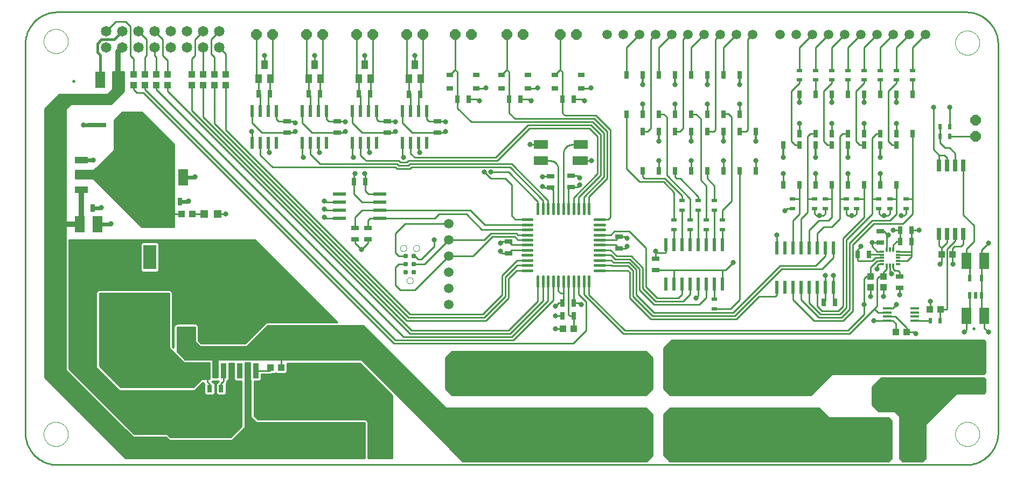
<source format=gtl>
G75*
%MOIN*%
%OFA0B0*%
%FSLAX24Y24*%
%IPPOS*%
%LPD*%
%AMOC8*
5,1,8,0,0,1.08239X$1,22.5*
%
%ADD10C,0.0100*%
%ADD11R,0.0315X0.0472*%
%ADD12R,0.0472X0.0315*%
%ADD13R,0.0433X0.0394*%
%ADD14R,0.2441X0.0728*%
%ADD15R,0.0433X0.1575*%
%ADD16R,0.0512X0.1181*%
%ADD17R,0.2450X0.2650*%
%ADD18R,0.0900X0.0600*%
%ADD19C,0.0660*%
%ADD20R,0.0787X0.0433*%
%ADD21R,0.0787X0.1299*%
%ADD22R,0.0630X0.1024*%
%ADD23R,0.1181X0.0315*%
%ADD24R,0.0472X0.0472*%
%ADD25C,0.0768*%
%ADD26R,0.4197X0.3299*%
%ADD27R,0.0800X0.1500*%
%ADD28R,0.1280X0.1250*%
%ADD29R,0.0433X0.1969*%
%ADD30R,0.1024X0.0630*%
%ADD31R,0.0209X0.0780*%
%ADD32R,0.0394X0.0551*%
%ADD33R,0.0787X0.0197*%
%ADD34C,0.0197*%
%ADD35R,0.0866X0.0551*%
%ADD36R,0.0945X0.0551*%
%ADD37C,0.0157*%
%ADD38R,0.2201X0.2500*%
%ADD39R,0.0358X0.0949*%
%ADD40C,0.0591*%
%ADD41C,0.0310*%
%ADD42C,0.0000*%
%ADD43OC8,0.0650*%
%ADD44C,0.0650*%
%ADD45R,0.0394X0.0433*%
%ADD46R,0.0354X0.0236*%
%ADD47R,0.0197X0.0787*%
%ADD48R,0.0413X0.0256*%
%ADD49R,0.0315X0.0118*%
%ADD50R,0.0118X0.0315*%
%ADD51R,0.0252X0.0750*%
%ADD52R,0.0531X0.0157*%
%ADD53R,0.0236X0.0354*%
%ADD54R,0.0236X0.0413*%
%ADD55C,0.0317*%
%ADD56C,0.0160*%
%ADD57C,0.0240*%
%ADD58C,0.0120*%
%ADD59C,0.0320*%
D10*
X002150Y000150D02*
X058350Y000150D01*
X055850Y000550D02*
X055670Y000370D01*
X054430Y000370D01*
X054250Y000550D01*
X054250Y003150D01*
X053950Y003450D01*
X052950Y003450D01*
X052550Y003850D01*
X052550Y004950D01*
X053130Y005530D01*
X059470Y005530D01*
X059550Y005450D01*
X059550Y004650D01*
X059450Y004550D01*
X057750Y004550D01*
X055850Y002650D01*
X055850Y000550D01*
X055844Y000544D02*
X054256Y000544D01*
X054250Y000643D02*
X055850Y000643D01*
X055850Y000741D02*
X054250Y000741D01*
X054250Y000840D02*
X055850Y000840D01*
X055850Y000938D02*
X054250Y000938D01*
X054250Y001037D02*
X055850Y001037D01*
X055850Y001135D02*
X054250Y001135D01*
X054250Y001234D02*
X055850Y001234D01*
X055850Y001332D02*
X054250Y001332D01*
X054250Y001431D02*
X055850Y001431D01*
X055850Y001529D02*
X054250Y001529D01*
X054250Y001628D02*
X055850Y001628D01*
X055850Y001726D02*
X054250Y001726D01*
X054250Y001825D02*
X055850Y001825D01*
X055850Y001923D02*
X054250Y001923D01*
X054250Y002022D02*
X055850Y002022D01*
X055850Y002120D02*
X054250Y002120D01*
X054250Y002219D02*
X055850Y002219D01*
X055850Y002317D02*
X054250Y002317D01*
X054250Y002416D02*
X055850Y002416D01*
X055850Y002514D02*
X054250Y002514D01*
X054250Y002613D02*
X055850Y002613D01*
X055911Y002711D02*
X054250Y002711D01*
X054250Y002810D02*
X056010Y002810D01*
X056108Y002908D02*
X054250Y002908D01*
X054250Y003007D02*
X056207Y003007D01*
X056305Y003105D02*
X054250Y003105D01*
X054196Y003204D02*
X056404Y003204D01*
X056502Y003302D02*
X054098Y003302D01*
X053999Y003401D02*
X056601Y003401D01*
X056699Y003499D02*
X052901Y003499D01*
X052802Y003598D02*
X056798Y003598D01*
X056896Y003696D02*
X052704Y003696D01*
X052605Y003795D02*
X056995Y003795D01*
X057093Y003893D02*
X052550Y003893D01*
X052550Y003992D02*
X057192Y003992D01*
X057290Y004090D02*
X052550Y004090D01*
X052550Y004189D02*
X057389Y004189D01*
X057487Y004287D02*
X052550Y004287D01*
X052550Y004386D02*
X057586Y004386D01*
X057684Y004484D02*
X052550Y004484D01*
X052550Y004583D02*
X059483Y004583D01*
X059550Y004681D02*
X052550Y004681D01*
X052550Y004780D02*
X059550Y004780D01*
X059550Y004878D02*
X052550Y004878D01*
X052577Y004977D02*
X059550Y004977D01*
X059550Y005075D02*
X052675Y005075D01*
X052774Y005174D02*
X059550Y005174D01*
X059550Y005272D02*
X052872Y005272D01*
X052971Y005371D02*
X059550Y005371D01*
X059531Y005469D02*
X053069Y005469D01*
X050050Y005750D02*
X048750Y004450D01*
X040050Y004450D01*
X039650Y004850D01*
X039650Y007350D01*
X040150Y007850D01*
X059450Y007850D01*
X059550Y007750D01*
X059550Y005850D01*
X059450Y005750D01*
X050050Y005750D01*
X049966Y005666D02*
X039650Y005666D01*
X039650Y005568D02*
X049868Y005568D01*
X049769Y005469D02*
X039650Y005469D01*
X039650Y005371D02*
X049671Y005371D01*
X049572Y005272D02*
X039650Y005272D01*
X039650Y005174D02*
X049474Y005174D01*
X049375Y005075D02*
X039650Y005075D01*
X039650Y004977D02*
X049277Y004977D01*
X049178Y004878D02*
X039650Y004878D01*
X039720Y004780D02*
X049080Y004780D01*
X048981Y004681D02*
X039819Y004681D01*
X039917Y004583D02*
X048883Y004583D01*
X048784Y004484D02*
X040016Y004484D01*
X040050Y003650D02*
X049250Y003650D01*
X049850Y003050D01*
X053550Y003050D01*
X053750Y002850D01*
X053750Y000550D01*
X053570Y000370D01*
X040030Y000370D01*
X039650Y000750D01*
X039650Y003250D01*
X040050Y003650D01*
X039998Y003598D02*
X049302Y003598D01*
X049401Y003499D02*
X039899Y003499D01*
X039801Y003401D02*
X049499Y003401D01*
X049598Y003302D02*
X039702Y003302D01*
X039650Y003204D02*
X049696Y003204D01*
X049795Y003105D02*
X039650Y003105D01*
X039650Y003007D02*
X053593Y003007D01*
X053692Y002908D02*
X039650Y002908D01*
X039650Y002810D02*
X053750Y002810D01*
X053750Y002711D02*
X039650Y002711D01*
X039650Y002613D02*
X053750Y002613D01*
X053750Y002514D02*
X039650Y002514D01*
X039650Y002416D02*
X053750Y002416D01*
X053750Y002317D02*
X039650Y002317D01*
X039650Y002219D02*
X053750Y002219D01*
X053750Y002120D02*
X039650Y002120D01*
X039650Y002022D02*
X053750Y002022D01*
X053750Y001923D02*
X039650Y001923D01*
X039650Y001825D02*
X053750Y001825D01*
X053750Y001726D02*
X039650Y001726D01*
X039650Y001628D02*
X053750Y001628D01*
X053750Y001529D02*
X039650Y001529D01*
X039650Y001431D02*
X053750Y001431D01*
X053750Y001332D02*
X039650Y001332D01*
X039650Y001234D02*
X053750Y001234D01*
X053750Y001135D02*
X039650Y001135D01*
X039650Y001037D02*
X053750Y001037D01*
X053750Y000938D02*
X039650Y000938D01*
X039650Y000840D02*
X053750Y000840D01*
X053750Y000741D02*
X039659Y000741D01*
X039757Y000643D02*
X053750Y000643D01*
X053744Y000544D02*
X039856Y000544D01*
X039954Y000446D02*
X053646Y000446D01*
X054354Y000446D02*
X055746Y000446D01*
X058350Y000150D02*
X058437Y000152D01*
X058524Y000158D01*
X058611Y000167D01*
X058697Y000180D01*
X058783Y000197D01*
X058868Y000218D01*
X058951Y000243D01*
X059034Y000271D01*
X059115Y000302D01*
X059195Y000337D01*
X059273Y000376D01*
X059350Y000418D01*
X059425Y000463D01*
X059497Y000512D01*
X059568Y000563D01*
X059636Y000618D01*
X059701Y000675D01*
X059764Y000736D01*
X059825Y000799D01*
X059882Y000864D01*
X059937Y000932D01*
X059988Y001003D01*
X060037Y001075D01*
X060082Y001150D01*
X060124Y001227D01*
X060163Y001305D01*
X060198Y001385D01*
X060229Y001466D01*
X060257Y001549D01*
X060282Y001632D01*
X060303Y001717D01*
X060320Y001803D01*
X060333Y001889D01*
X060342Y001976D01*
X060348Y002063D01*
X060350Y002150D01*
X060350Y026150D01*
X060348Y026237D01*
X060342Y026324D01*
X060333Y026411D01*
X060320Y026497D01*
X060303Y026583D01*
X060282Y026668D01*
X060257Y026751D01*
X060229Y026834D01*
X060198Y026915D01*
X060163Y026995D01*
X060124Y027073D01*
X060082Y027150D01*
X060037Y027225D01*
X059988Y027297D01*
X059937Y027368D01*
X059882Y027436D01*
X059825Y027501D01*
X059764Y027564D01*
X059701Y027625D01*
X059636Y027682D01*
X059568Y027737D01*
X059497Y027788D01*
X059425Y027837D01*
X059350Y027882D01*
X059273Y027924D01*
X059195Y027963D01*
X059115Y027998D01*
X059034Y028029D01*
X058951Y028057D01*
X058868Y028082D01*
X058783Y028103D01*
X058697Y028120D01*
X058611Y028133D01*
X058524Y028142D01*
X058437Y028148D01*
X058350Y028150D01*
X002150Y028150D01*
X005150Y026950D02*
X005750Y027550D01*
X006350Y027550D01*
X006650Y027250D01*
X006650Y025450D01*
X006850Y025250D01*
X006850Y024285D01*
X006250Y024283D02*
X005550Y024283D01*
X005550Y024381D02*
X006250Y024381D01*
X006250Y024450D02*
X006250Y023250D01*
X005450Y022450D01*
X002950Y022450D01*
X002650Y022150D01*
X001350Y022150D01*
X002250Y023050D01*
X005250Y023050D01*
X005550Y023350D01*
X005550Y024450D01*
X006250Y024450D01*
X006250Y024184D02*
X005550Y024184D01*
X005550Y024086D02*
X006250Y024086D01*
X006250Y023987D02*
X005550Y023987D01*
X005550Y023889D02*
X006250Y023889D01*
X006250Y023790D02*
X005550Y023790D01*
X005550Y023692D02*
X006250Y023692D01*
X006250Y023593D02*
X005550Y023593D01*
X005550Y023495D02*
X006250Y023495D01*
X006250Y023396D02*
X005550Y023396D01*
X005498Y023298D02*
X006250Y023298D01*
X006199Y023199D02*
X005399Y023199D01*
X005301Y023101D02*
X006101Y023101D01*
X006002Y023002D02*
X002202Y023002D01*
X002104Y022904D02*
X005904Y022904D01*
X005805Y022805D02*
X002005Y022805D01*
X001907Y022707D02*
X005707Y022707D01*
X005608Y022608D02*
X001808Y022608D01*
X001710Y022510D02*
X005510Y022510D01*
X006119Y021919D02*
X007381Y021919D01*
X007350Y021950D02*
X009350Y019950D01*
X009350Y014850D01*
X007350Y014850D01*
X004350Y017850D01*
X003250Y017850D01*
X003250Y018350D01*
X004397Y018350D01*
X005650Y019603D01*
X005650Y021450D01*
X006150Y021950D01*
X007350Y021950D01*
X007480Y021820D02*
X006020Y021820D01*
X005922Y021722D02*
X007578Y021722D01*
X007677Y021623D02*
X005823Y021623D01*
X005725Y021525D02*
X007775Y021525D01*
X007874Y021426D02*
X005650Y021426D01*
X005650Y021328D02*
X007972Y021328D01*
X008071Y021229D02*
X005650Y021229D01*
X005650Y021131D02*
X008169Y021131D01*
X008268Y021032D02*
X005650Y021032D01*
X005650Y020934D02*
X008366Y020934D01*
X008465Y020835D02*
X005650Y020835D01*
X005650Y020737D02*
X008563Y020737D01*
X008662Y020638D02*
X005650Y020638D01*
X005650Y020540D02*
X008760Y020540D01*
X008859Y020441D02*
X005650Y020441D01*
X005650Y020343D02*
X008957Y020343D01*
X009056Y020244D02*
X005650Y020244D01*
X005650Y020146D02*
X009154Y020146D01*
X009253Y020047D02*
X005650Y020047D01*
X005650Y019949D02*
X009350Y019949D01*
X009350Y019850D02*
X005650Y019850D01*
X005650Y019752D02*
X009350Y019752D01*
X009350Y019653D02*
X005650Y019653D01*
X005602Y019555D02*
X009350Y019555D01*
X009350Y019456D02*
X005503Y019456D01*
X005405Y019358D02*
X009350Y019358D01*
X009350Y019259D02*
X005306Y019259D01*
X005208Y019161D02*
X009350Y019161D01*
X009350Y019062D02*
X005109Y019062D01*
X005011Y018964D02*
X009350Y018964D01*
X009350Y018865D02*
X004912Y018865D01*
X004814Y018767D02*
X009350Y018767D01*
X009350Y018668D02*
X004715Y018668D01*
X004617Y018570D02*
X009350Y018570D01*
X009350Y018471D02*
X004518Y018471D01*
X004420Y018373D02*
X009350Y018373D01*
X009350Y018274D02*
X003250Y018274D01*
X003250Y018176D02*
X009350Y018176D01*
X009350Y018077D02*
X003250Y018077D01*
X003250Y017979D02*
X009350Y017979D01*
X009350Y017880D02*
X003250Y017880D01*
X002650Y017880D02*
X001350Y017880D01*
X001350Y017782D02*
X002650Y017782D01*
X002650Y017683D02*
X001350Y017683D01*
X001350Y017585D02*
X002650Y017585D01*
X002650Y017486D02*
X001350Y017486D01*
X001350Y017388D02*
X002650Y017388D01*
X002650Y017289D02*
X001350Y017289D01*
X001350Y017191D02*
X002650Y017191D01*
X002650Y017092D02*
X001350Y017092D01*
X001350Y016994D02*
X002650Y016994D01*
X002650Y016895D02*
X001350Y016895D01*
X001350Y016797D02*
X002650Y016797D01*
X002650Y016698D02*
X001350Y016698D01*
X001350Y016600D02*
X002650Y016600D01*
X002650Y016501D02*
X001350Y016501D01*
X001350Y016403D02*
X002650Y016403D01*
X002650Y016304D02*
X001350Y016304D01*
X001350Y016206D02*
X002650Y016206D01*
X002650Y016107D02*
X001350Y016107D01*
X001350Y016009D02*
X002650Y016009D01*
X002650Y015910D02*
X001350Y015910D01*
X001350Y015812D02*
X002650Y015812D01*
X002650Y015713D02*
X001350Y015713D01*
X001350Y015615D02*
X002650Y015615D01*
X002650Y015516D02*
X001350Y015516D01*
X001350Y015418D02*
X002650Y015418D01*
X002650Y015319D02*
X001350Y015319D01*
X001350Y015221D02*
X002650Y015221D01*
X002650Y015122D02*
X001350Y015122D01*
X001350Y015024D02*
X002650Y015024D01*
X002650Y014925D02*
X001350Y014925D01*
X001350Y014827D02*
X002650Y014827D01*
X002650Y014728D02*
X001350Y014728D01*
X001350Y014630D02*
X002650Y014630D01*
X002650Y014531D02*
X001350Y014531D01*
X001350Y014433D02*
X002650Y014433D01*
X002650Y014334D02*
X001350Y014334D01*
X001350Y014236D02*
X002650Y014236D01*
X002650Y014137D02*
X001350Y014137D01*
X001350Y014039D02*
X002650Y014039D01*
X002650Y013940D02*
X001350Y013940D01*
X001350Y013842D02*
X002650Y013842D01*
X002650Y013743D02*
X001350Y013743D01*
X001350Y013645D02*
X002650Y013645D01*
X002650Y013546D02*
X001350Y013546D01*
X001350Y013448D02*
X002650Y013448D01*
X002650Y013349D02*
X001350Y013349D01*
X001350Y013251D02*
X002650Y013251D01*
X002650Y013152D02*
X001350Y013152D01*
X001350Y013054D02*
X002650Y013054D01*
X002650Y012955D02*
X001350Y012955D01*
X001350Y012857D02*
X002650Y012857D01*
X002650Y012758D02*
X001350Y012758D01*
X001350Y012660D02*
X002650Y012660D01*
X002650Y012561D02*
X001350Y012561D01*
X001350Y012463D02*
X002650Y012463D01*
X002650Y012364D02*
X001350Y012364D01*
X001350Y012266D02*
X002650Y012266D01*
X002650Y012167D02*
X001350Y012167D01*
X001350Y012069D02*
X002650Y012069D01*
X002650Y011970D02*
X001350Y011970D01*
X001350Y011872D02*
X002650Y011872D01*
X002650Y011773D02*
X001350Y011773D01*
X001350Y011675D02*
X002650Y011675D01*
X002650Y011576D02*
X001350Y011576D01*
X001350Y011478D02*
X002650Y011478D01*
X002650Y011379D02*
X001350Y011379D01*
X001350Y011281D02*
X002650Y011281D01*
X002650Y011182D02*
X001350Y011182D01*
X001350Y011084D02*
X002650Y011084D01*
X002650Y010985D02*
X001350Y010985D01*
X001350Y010887D02*
X002650Y010887D01*
X002650Y010788D02*
X001350Y010788D01*
X001350Y010690D02*
X002650Y010690D01*
X002650Y010591D02*
X001350Y010591D01*
X001350Y010493D02*
X002650Y010493D01*
X002650Y010394D02*
X001350Y010394D01*
X001350Y010296D02*
X002650Y010296D01*
X002650Y010197D02*
X001350Y010197D01*
X001350Y010099D02*
X002650Y010099D01*
X002650Y010000D02*
X001350Y010000D01*
X001350Y009902D02*
X002650Y009902D01*
X002650Y009803D02*
X001350Y009803D01*
X001350Y009705D02*
X002650Y009705D01*
X002650Y009606D02*
X001350Y009606D01*
X001350Y009508D02*
X002650Y009508D01*
X002650Y009409D02*
X001350Y009409D01*
X001350Y009311D02*
X002650Y009311D01*
X002650Y009212D02*
X001350Y009212D01*
X001350Y009114D02*
X002650Y009114D01*
X002650Y009015D02*
X001350Y009015D01*
X001350Y008917D02*
X002650Y008917D01*
X002650Y008818D02*
X001350Y008818D01*
X001350Y008720D02*
X002650Y008720D01*
X002650Y008621D02*
X001350Y008621D01*
X001350Y008523D02*
X002650Y008523D01*
X002650Y008424D02*
X001350Y008424D01*
X001350Y008326D02*
X002650Y008326D01*
X002650Y008227D02*
X001350Y008227D01*
X001350Y008129D02*
X002650Y008129D01*
X002650Y008030D02*
X001350Y008030D01*
X001350Y007932D02*
X002650Y007932D01*
X002650Y007833D02*
X001350Y007833D01*
X001350Y007735D02*
X002650Y007735D01*
X002650Y007636D02*
X001350Y007636D01*
X001350Y007538D02*
X002650Y007538D01*
X002650Y007439D02*
X001350Y007439D01*
X001350Y007341D02*
X002650Y007341D01*
X002650Y007242D02*
X001350Y007242D01*
X001350Y007144D02*
X002650Y007144D01*
X002650Y007045D02*
X001350Y007045D01*
X001350Y006947D02*
X002650Y006947D01*
X002650Y006848D02*
X001350Y006848D01*
X001350Y006750D02*
X002650Y006750D01*
X002650Y006651D02*
X001350Y006651D01*
X001350Y006553D02*
X002650Y006553D01*
X002650Y006454D02*
X001350Y006454D01*
X001350Y006356D02*
X002650Y006356D01*
X002650Y006257D02*
X001350Y006257D01*
X001350Y006159D02*
X002650Y006159D01*
X002650Y006060D02*
X001350Y006060D01*
X001350Y005962D02*
X002700Y005962D01*
X002650Y006012D02*
X006812Y001850D01*
X008750Y001850D01*
X008750Y000550D01*
X006375Y000550D01*
X003512Y003413D01*
X003512Y003416D01*
X003485Y003440D01*
X003440Y003485D01*
X003416Y003512D01*
X003413Y003512D01*
X001350Y005575D01*
X001350Y022150D01*
X002650Y022150D01*
X002650Y006012D01*
X002799Y005863D02*
X001350Y005863D01*
X001350Y005765D02*
X002897Y005765D01*
X002996Y005666D02*
X001350Y005666D01*
X001357Y005568D02*
X003094Y005568D01*
X003193Y005469D02*
X001456Y005469D01*
X001554Y005371D02*
X003291Y005371D01*
X003390Y005272D02*
X001653Y005272D01*
X001751Y005174D02*
X003488Y005174D01*
X003587Y005075D02*
X001850Y005075D01*
X001948Y004977D02*
X003685Y004977D01*
X003784Y004878D02*
X002047Y004878D01*
X002145Y004780D02*
X003882Y004780D01*
X003981Y004681D02*
X002244Y004681D01*
X002342Y004583D02*
X004079Y004583D01*
X004178Y004484D02*
X002441Y004484D01*
X002539Y004386D02*
X004276Y004386D01*
X004375Y004287D02*
X002638Y004287D01*
X002736Y004189D02*
X004473Y004189D01*
X004572Y004090D02*
X002835Y004090D01*
X002933Y003992D02*
X004670Y003992D01*
X004769Y003893D02*
X003032Y003893D01*
X003130Y003795D02*
X004867Y003795D01*
X004966Y003696D02*
X003229Y003696D01*
X003327Y003598D02*
X005064Y003598D01*
X005163Y003499D02*
X003428Y003499D01*
X003524Y003401D02*
X005261Y003401D01*
X005360Y003302D02*
X003623Y003302D01*
X003721Y003204D02*
X005458Y003204D01*
X005557Y003105D02*
X003820Y003105D01*
X003918Y003007D02*
X005655Y003007D01*
X005754Y002908D02*
X004017Y002908D01*
X004115Y002810D02*
X005852Y002810D01*
X005951Y002711D02*
X004214Y002711D01*
X004312Y002613D02*
X006049Y002613D01*
X006148Y002514D02*
X004411Y002514D01*
X004509Y002416D02*
X006246Y002416D01*
X006345Y002317D02*
X004608Y002317D01*
X004706Y002219D02*
X006443Y002219D01*
X006542Y002120D02*
X004805Y002120D01*
X004903Y002022D02*
X006640Y002022D01*
X006739Y001923D02*
X005002Y001923D01*
X005100Y001825D02*
X008750Y001825D01*
X008750Y001726D02*
X005199Y001726D01*
X005297Y001628D02*
X008750Y001628D01*
X008750Y001529D02*
X005396Y001529D01*
X005494Y001431D02*
X008750Y001431D01*
X008750Y001332D02*
X005593Y001332D01*
X005691Y001234D02*
X008750Y001234D01*
X008750Y001135D02*
X005790Y001135D01*
X005888Y001037D02*
X008750Y001037D01*
X008750Y000938D02*
X005987Y000938D01*
X006085Y000840D02*
X008750Y000840D01*
X008750Y000741D02*
X006184Y000741D01*
X006282Y000643D02*
X008750Y000643D01*
X007350Y000643D02*
X021150Y000643D01*
X021150Y000550D02*
X007350Y000550D01*
X007350Y001850D01*
X008850Y001850D01*
X009050Y001650D01*
X012950Y001650D01*
X013750Y002450D01*
X013750Y005413D01*
X013767Y005430D01*
X013767Y006450D01*
X014069Y006450D01*
X014069Y005430D01*
X014100Y005398D01*
X014100Y003100D01*
X014450Y002750D01*
X021150Y002750D01*
X021150Y000550D01*
X021150Y000741D02*
X007350Y000741D01*
X007350Y000840D02*
X021150Y000840D01*
X021150Y000938D02*
X007350Y000938D01*
X007350Y001037D02*
X021150Y001037D01*
X021150Y001135D02*
X007350Y001135D01*
X007350Y001234D02*
X021150Y001234D01*
X021150Y001332D02*
X007350Y001332D01*
X007350Y001431D02*
X021150Y001431D01*
X021150Y001529D02*
X007350Y001529D01*
X007350Y001628D02*
X021150Y001628D01*
X021150Y001726D02*
X013026Y001726D01*
X013125Y001825D02*
X021150Y001825D01*
X021150Y001923D02*
X013223Y001923D01*
X013322Y002022D02*
X021150Y002022D01*
X021150Y002120D02*
X013420Y002120D01*
X013519Y002219D02*
X021150Y002219D01*
X021150Y002317D02*
X013617Y002317D01*
X013716Y002416D02*
X021150Y002416D01*
X021150Y002514D02*
X013750Y002514D01*
X013750Y002613D02*
X021150Y002613D01*
X021150Y002711D02*
X013750Y002711D01*
X013750Y002810D02*
X014390Y002810D01*
X014292Y002908D02*
X013750Y002908D01*
X013750Y003007D02*
X014193Y003007D01*
X014100Y003105D02*
X013750Y003105D01*
X013750Y003204D02*
X014100Y003204D01*
X014100Y003302D02*
X013750Y003302D01*
X013750Y003401D02*
X014100Y003401D01*
X014100Y003499D02*
X013750Y003499D01*
X013750Y003598D02*
X014100Y003598D01*
X014100Y003696D02*
X013750Y003696D01*
X013750Y003795D02*
X014100Y003795D01*
X014100Y003893D02*
X013750Y003893D01*
X013750Y003992D02*
X014100Y003992D01*
X014100Y004090D02*
X013750Y004090D01*
X013750Y004189D02*
X014100Y004189D01*
X014100Y004287D02*
X013750Y004287D01*
X013750Y004386D02*
X014100Y004386D01*
X014100Y004484D02*
X013750Y004484D01*
X013750Y004583D02*
X014100Y004583D01*
X014100Y004681D02*
X013750Y004681D01*
X013750Y004780D02*
X014100Y004780D01*
X014100Y004878D02*
X013750Y004878D01*
X013750Y004977D02*
X014100Y004977D01*
X014100Y005075D02*
X013750Y005075D01*
X013750Y005174D02*
X014100Y005174D01*
X014100Y005272D02*
X013750Y005272D01*
X013750Y005371D02*
X014100Y005371D01*
X014069Y005469D02*
X013767Y005469D01*
X013767Y005568D02*
X014069Y005568D01*
X014069Y005666D02*
X013767Y005666D01*
X013767Y005765D02*
X014069Y005765D01*
X014069Y005863D02*
X013767Y005863D01*
X013767Y005962D02*
X014069Y005962D01*
X014069Y006060D02*
X013767Y006060D01*
X013767Y006159D02*
X014069Y006159D01*
X014069Y006257D02*
X013767Y006257D01*
X013767Y006356D02*
X014069Y006356D01*
X014211Y006650D02*
X014191Y006670D01*
X013659Y006670D01*
X013639Y006650D01*
X012050Y006650D01*
X012050Y005550D01*
X011770Y005550D01*
X011770Y006541D01*
X011750Y006561D01*
X011750Y006650D01*
X011661Y006650D01*
X011641Y006670D01*
X010041Y006670D01*
X009550Y007161D01*
X009550Y008650D01*
X010650Y008650D01*
X010650Y007750D01*
X010950Y007450D01*
X013850Y007450D01*
X015150Y008750D01*
X017750Y008750D01*
X017750Y006650D01*
X014211Y006650D01*
X014210Y006651D02*
X017750Y006651D01*
X017750Y006750D02*
X009962Y006750D01*
X009863Y006848D02*
X017750Y006848D01*
X017750Y006947D02*
X009765Y006947D01*
X009666Y007045D02*
X017750Y007045D01*
X017750Y007144D02*
X009568Y007144D01*
X009550Y007242D02*
X017750Y007242D01*
X017750Y007341D02*
X009550Y007341D01*
X009550Y007439D02*
X017750Y007439D01*
X017750Y007538D02*
X013938Y007538D01*
X014036Y007636D02*
X017750Y007636D01*
X017750Y007735D02*
X014135Y007735D01*
X014233Y007833D02*
X017750Y007833D01*
X017750Y007932D02*
X014332Y007932D01*
X014430Y008030D02*
X017750Y008030D01*
X017750Y008129D02*
X014529Y008129D01*
X014627Y008227D02*
X017750Y008227D01*
X017750Y008326D02*
X014726Y008326D01*
X014824Y008424D02*
X017750Y008424D01*
X017750Y008523D02*
X014923Y008523D01*
X015021Y008621D02*
X017750Y008621D01*
X017750Y008720D02*
X015120Y008720D01*
X015005Y008917D02*
X009270Y008917D01*
X009270Y009015D02*
X019404Y009015D01*
X019449Y008970D02*
X015059Y008970D01*
X013759Y007670D01*
X011041Y007670D01*
X010870Y007841D01*
X010870Y008741D01*
X010836Y008775D01*
X010836Y008785D01*
X010736Y008885D01*
X009572Y008885D01*
X009557Y008870D01*
X009459Y008870D01*
X009330Y008741D01*
X009330Y007381D01*
X009270Y007441D01*
X009270Y010841D01*
X009141Y010970D01*
X004659Y010970D01*
X004530Y010841D01*
X004530Y006159D01*
X005830Y004859D01*
X005959Y004730D01*
X010641Y004730D01*
X011141Y005230D01*
X011198Y005230D01*
X011198Y005191D01*
X011238Y005151D01*
X011238Y004564D01*
X011338Y004465D01*
X011794Y004465D01*
X011893Y004564D01*
X011893Y005178D01*
X011794Y005277D01*
X011734Y005277D01*
X011711Y005300D01*
X011741Y005330D01*
X012119Y005330D01*
X012066Y005277D01*
X012046Y005277D01*
X011947Y005178D01*
X011947Y004564D01*
X012046Y004465D01*
X012502Y004465D01*
X012602Y004564D01*
X012602Y005178D01*
X012595Y005184D01*
X012638Y005227D01*
X012638Y005330D01*
X012667Y005330D01*
X012767Y005430D01*
X012767Y006430D01*
X013069Y006430D01*
X013069Y005430D01*
X013168Y005330D01*
X013530Y005330D01*
X013530Y002541D01*
X012859Y001870D01*
X009141Y001870D01*
X009070Y001941D01*
X008941Y002070D01*
X006903Y002070D01*
X002870Y006103D01*
X002870Y014050D01*
X014369Y014050D01*
X019449Y008970D01*
X019305Y009114D02*
X009270Y009114D01*
X009270Y009212D02*
X019207Y009212D01*
X019108Y009311D02*
X009270Y009311D01*
X009270Y009409D02*
X019010Y009409D01*
X018911Y009508D02*
X009270Y009508D01*
X009270Y009606D02*
X018813Y009606D01*
X018714Y009705D02*
X009270Y009705D01*
X009270Y009803D02*
X018616Y009803D01*
X018517Y009902D02*
X009270Y009902D01*
X009270Y010000D02*
X018419Y010000D01*
X018320Y010099D02*
X009270Y010099D01*
X009270Y010197D02*
X018222Y010197D01*
X018123Y010296D02*
X009270Y010296D01*
X009270Y010394D02*
X018025Y010394D01*
X017926Y010493D02*
X009270Y010493D01*
X009270Y010591D02*
X017828Y010591D01*
X017729Y010690D02*
X009270Y010690D01*
X009270Y010788D02*
X017631Y010788D01*
X017532Y010887D02*
X009225Y010887D01*
X009050Y010750D02*
X009050Y007350D01*
X009950Y006450D01*
X011550Y006450D01*
X011550Y005450D01*
X011050Y005450D01*
X010550Y004950D01*
X006050Y004950D01*
X004750Y006250D01*
X004750Y010750D01*
X009050Y010750D01*
X009050Y010690D02*
X004750Y010690D01*
X004750Y010591D02*
X009050Y010591D01*
X009050Y010493D02*
X004750Y010493D01*
X004750Y010394D02*
X009050Y010394D01*
X009050Y010296D02*
X004750Y010296D01*
X004750Y010197D02*
X009050Y010197D01*
X009050Y010099D02*
X004750Y010099D01*
X004750Y010000D02*
X009050Y010000D01*
X009050Y009902D02*
X004750Y009902D01*
X004750Y009803D02*
X009050Y009803D01*
X009050Y009705D02*
X004750Y009705D01*
X004750Y009606D02*
X009050Y009606D01*
X009050Y009508D02*
X004750Y009508D01*
X004750Y009409D02*
X009050Y009409D01*
X009050Y009311D02*
X004750Y009311D01*
X004750Y009212D02*
X009050Y009212D01*
X009050Y009114D02*
X004750Y009114D01*
X004750Y009015D02*
X009050Y009015D01*
X009050Y008917D02*
X004750Y008917D01*
X004750Y008818D02*
X009050Y008818D01*
X009050Y008720D02*
X004750Y008720D01*
X004750Y008621D02*
X009050Y008621D01*
X009050Y008523D02*
X004750Y008523D01*
X004750Y008424D02*
X009050Y008424D01*
X009050Y008326D02*
X004750Y008326D01*
X004750Y008227D02*
X009050Y008227D01*
X009050Y008129D02*
X004750Y008129D01*
X004750Y008030D02*
X009050Y008030D01*
X009050Y007932D02*
X004750Y007932D01*
X004750Y007833D02*
X009050Y007833D01*
X009050Y007735D02*
X004750Y007735D01*
X004750Y007636D02*
X009050Y007636D01*
X009050Y007538D02*
X004750Y007538D01*
X004750Y007439D02*
X009050Y007439D01*
X009059Y007341D02*
X004750Y007341D01*
X004750Y007242D02*
X009158Y007242D01*
X009256Y007144D02*
X004750Y007144D01*
X004750Y007045D02*
X009355Y007045D01*
X009453Y006947D02*
X004750Y006947D01*
X004750Y006848D02*
X009552Y006848D01*
X009650Y006750D02*
X004750Y006750D01*
X004750Y006651D02*
X009749Y006651D01*
X009847Y006553D02*
X004750Y006553D01*
X004750Y006454D02*
X009946Y006454D01*
X011418Y005974D02*
X011418Y005282D01*
X011566Y005134D01*
X011566Y004871D01*
X011893Y004878D02*
X011947Y004878D01*
X011947Y004780D02*
X011893Y004780D01*
X011893Y004681D02*
X011947Y004681D01*
X011947Y004583D02*
X011893Y004583D01*
X011813Y004484D02*
X012027Y004484D01*
X012522Y004484D02*
X013530Y004484D01*
X013530Y004386D02*
X004587Y004386D01*
X004489Y004484D02*
X011318Y004484D01*
X011238Y004583D02*
X004390Y004583D01*
X004292Y004681D02*
X011238Y004681D01*
X011238Y004780D02*
X010691Y004780D01*
X010789Y004878D02*
X011238Y004878D01*
X011238Y004977D02*
X010888Y004977D01*
X010986Y005075D02*
X011238Y005075D01*
X011215Y005174D02*
X011085Y005174D01*
X010971Y005371D02*
X005629Y005371D01*
X005531Y005469D02*
X011550Y005469D01*
X011550Y005568D02*
X005432Y005568D01*
X005334Y005666D02*
X011550Y005666D01*
X011550Y005765D02*
X005235Y005765D01*
X005137Y005863D02*
X011550Y005863D01*
X011550Y005962D02*
X005038Y005962D01*
X004940Y006060D02*
X011550Y006060D01*
X011550Y006159D02*
X004841Y006159D01*
X004750Y006257D02*
X011550Y006257D01*
X011550Y006356D02*
X004750Y006356D01*
X004530Y006356D02*
X002870Y006356D01*
X002870Y006454D02*
X004530Y006454D01*
X004530Y006553D02*
X002870Y006553D01*
X002870Y006651D02*
X004530Y006651D01*
X004530Y006750D02*
X002870Y006750D01*
X002870Y006848D02*
X004530Y006848D01*
X004530Y006947D02*
X002870Y006947D01*
X002870Y007045D02*
X004530Y007045D01*
X004530Y007144D02*
X002870Y007144D01*
X002870Y007242D02*
X004530Y007242D01*
X004530Y007341D02*
X002870Y007341D01*
X002870Y007439D02*
X004530Y007439D01*
X004530Y007538D02*
X002870Y007538D01*
X002870Y007636D02*
X004530Y007636D01*
X004530Y007735D02*
X002870Y007735D01*
X002870Y007833D02*
X004530Y007833D01*
X004530Y007932D02*
X002870Y007932D01*
X002870Y008030D02*
X004530Y008030D01*
X004530Y008129D02*
X002870Y008129D01*
X002870Y008227D02*
X004530Y008227D01*
X004530Y008326D02*
X002870Y008326D01*
X002870Y008424D02*
X004530Y008424D01*
X004530Y008523D02*
X002870Y008523D01*
X002870Y008621D02*
X004530Y008621D01*
X004530Y008720D02*
X002870Y008720D01*
X002870Y008818D02*
X004530Y008818D01*
X004530Y008917D02*
X002870Y008917D01*
X002870Y009015D02*
X004530Y009015D01*
X004530Y009114D02*
X002870Y009114D01*
X002870Y009212D02*
X004530Y009212D01*
X004530Y009311D02*
X002870Y009311D01*
X002870Y009409D02*
X004530Y009409D01*
X004530Y009508D02*
X002870Y009508D01*
X002870Y009606D02*
X004530Y009606D01*
X004530Y009705D02*
X002870Y009705D01*
X002870Y009803D02*
X004530Y009803D01*
X004530Y009902D02*
X002870Y009902D01*
X002870Y010000D02*
X004530Y010000D01*
X004530Y010099D02*
X002870Y010099D01*
X002870Y010197D02*
X004530Y010197D01*
X004530Y010296D02*
X002870Y010296D01*
X002870Y010394D02*
X004530Y010394D01*
X004530Y010493D02*
X002870Y010493D01*
X002870Y010591D02*
X004530Y010591D01*
X004530Y010690D02*
X002870Y010690D01*
X002870Y010788D02*
X004530Y010788D01*
X004575Y010887D02*
X002870Y010887D01*
X002870Y010985D02*
X017434Y010985D01*
X017335Y011084D02*
X002870Y011084D01*
X002870Y011182D02*
X017237Y011182D01*
X017138Y011281D02*
X002870Y011281D01*
X002870Y011379D02*
X017040Y011379D01*
X016941Y011478D02*
X002870Y011478D01*
X002870Y011576D02*
X016843Y011576D01*
X016744Y011675D02*
X002870Y011675D01*
X002870Y011773D02*
X016646Y011773D01*
X016547Y011872D02*
X002870Y011872D01*
X002870Y011970D02*
X016449Y011970D01*
X016350Y012069D02*
X002870Y012069D01*
X002870Y012167D02*
X007303Y012167D01*
X007293Y012177D02*
X007392Y012078D01*
X008333Y012078D01*
X008433Y012177D01*
X008433Y013818D01*
X008333Y013918D01*
X007392Y013918D01*
X007293Y013818D01*
X007293Y012177D01*
X007293Y012266D02*
X002870Y012266D01*
X002870Y012364D02*
X007293Y012364D01*
X007293Y012463D02*
X002870Y012463D01*
X002870Y012561D02*
X007293Y012561D01*
X007293Y012660D02*
X002870Y012660D01*
X002870Y012758D02*
X007293Y012758D01*
X007293Y012857D02*
X002870Y012857D01*
X002870Y012955D02*
X007293Y012955D01*
X007293Y013054D02*
X002870Y013054D01*
X002870Y013152D02*
X007293Y013152D01*
X007293Y013251D02*
X002870Y013251D01*
X002870Y013349D02*
X007293Y013349D01*
X007293Y013448D02*
X002870Y013448D01*
X002870Y013546D02*
X007293Y013546D01*
X007293Y013645D02*
X002870Y013645D01*
X002870Y013743D02*
X007293Y013743D01*
X007316Y013842D02*
X002870Y013842D01*
X002870Y013940D02*
X014479Y013940D01*
X014577Y013842D02*
X008409Y013842D01*
X008433Y013743D02*
X014676Y013743D01*
X014774Y013645D02*
X008433Y013645D01*
X008433Y013546D02*
X014873Y013546D01*
X014971Y013448D02*
X008433Y013448D01*
X008433Y013349D02*
X015070Y013349D01*
X015168Y013251D02*
X008433Y013251D01*
X008433Y013152D02*
X015267Y013152D01*
X015365Y013054D02*
X008433Y013054D01*
X008433Y012955D02*
X015464Y012955D01*
X015562Y012857D02*
X008433Y012857D01*
X008433Y012758D02*
X015661Y012758D01*
X015759Y012660D02*
X008433Y012660D01*
X008433Y012561D02*
X015858Y012561D01*
X015956Y012463D02*
X008433Y012463D01*
X008433Y012364D02*
X016055Y012364D01*
X016153Y012266D02*
X008433Y012266D01*
X008422Y012167D02*
X016252Y012167D01*
X014380Y014039D02*
X002870Y014039D01*
X006388Y015812D02*
X009350Y015812D01*
X009350Y015910D02*
X006290Y015910D01*
X006191Y016009D02*
X009350Y016009D01*
X009350Y016107D02*
X006093Y016107D01*
X005994Y016206D02*
X009350Y016206D01*
X009350Y016304D02*
X005896Y016304D01*
X005797Y016403D02*
X009350Y016403D01*
X009350Y016501D02*
X005699Y016501D01*
X005600Y016600D02*
X009350Y016600D01*
X009350Y016698D02*
X005502Y016698D01*
X005403Y016797D02*
X009350Y016797D01*
X009350Y016895D02*
X005305Y016895D01*
X005206Y016994D02*
X009350Y016994D01*
X009350Y017092D02*
X005108Y017092D01*
X005009Y017191D02*
X009350Y017191D01*
X009350Y017289D02*
X004911Y017289D01*
X004812Y017388D02*
X009350Y017388D01*
X009350Y017486D02*
X004714Y017486D01*
X004615Y017585D02*
X009350Y017585D01*
X009350Y017683D02*
X004517Y017683D01*
X004418Y017782D02*
X009350Y017782D01*
X009350Y015713D02*
X006487Y015713D01*
X006585Y015615D02*
X009350Y015615D01*
X009350Y015516D02*
X006684Y015516D01*
X006782Y015418D02*
X009350Y015418D01*
X009350Y015319D02*
X006881Y015319D01*
X006979Y015221D02*
X009350Y015221D01*
X009350Y015122D02*
X007078Y015122D01*
X007176Y015024D02*
X009350Y015024D01*
X009350Y014925D02*
X007275Y014925D01*
X009050Y015650D02*
X009815Y015650D01*
X010485Y015650D02*
X011237Y015650D01*
X012063Y015650D02*
X012550Y015650D01*
X015450Y018550D02*
X014700Y019300D01*
X014700Y020080D01*
X014200Y020080D02*
X014200Y020700D01*
X014150Y020750D01*
X014200Y021300D02*
X014804Y020696D01*
X016350Y020696D01*
X016796Y020696D01*
X016850Y020750D01*
X016850Y021300D02*
X016746Y021404D01*
X016350Y021404D01*
X015825Y021404D01*
X015700Y021529D01*
X015700Y022020D01*
X015200Y022020D02*
X015200Y023100D01*
X015304Y023100D01*
X015304Y023997D01*
X015324Y024017D01*
X015450Y024143D01*
X015450Y026750D01*
X014450Y026750D02*
X014450Y024143D01*
X014576Y024017D01*
X014596Y023997D01*
X014596Y023100D01*
X014700Y023100D01*
X014700Y022020D01*
X014200Y022020D02*
X014200Y021300D01*
X012550Y020850D02*
X023950Y009450D01*
X028450Y009450D01*
X029650Y010650D01*
X029650Y011850D01*
X030605Y012805D01*
X031206Y012805D01*
X031206Y012490D02*
X030590Y012490D01*
X029850Y011750D01*
X029850Y010550D01*
X028550Y009250D01*
X023850Y009250D01*
X011850Y021250D01*
X011850Y023615D01*
X011150Y023615D02*
X011150Y021650D01*
X023750Y009050D01*
X028650Y009050D01*
X030050Y010450D01*
X030050Y011650D01*
X030575Y012175D01*
X031206Y012175D01*
X031875Y011506D02*
X031875Y010275D01*
X030050Y008450D01*
X024050Y008450D01*
X010450Y022050D01*
X010450Y023615D01*
X010450Y024285D02*
X010450Y025250D01*
X010650Y025450D01*
X010650Y026450D01*
X011150Y026950D01*
X011650Y026450D02*
X012150Y026950D01*
X011650Y026450D02*
X011650Y025550D01*
X011850Y025350D01*
X011850Y024285D01*
X011150Y024285D02*
X011150Y025950D01*
X012150Y025950D02*
X012550Y025550D01*
X012550Y024285D01*
X012550Y023615D02*
X012550Y020850D01*
X015200Y020080D02*
X015200Y019500D01*
X015250Y019450D01*
X015450Y018550D02*
X023050Y018550D01*
X023150Y018450D01*
X023950Y018450D01*
X024050Y018550D01*
X030150Y018550D01*
X032190Y016510D01*
X032190Y015994D01*
X031875Y015994D02*
X031875Y016425D01*
X030050Y018250D01*
X028950Y018250D01*
X028950Y017850D02*
X028550Y018250D01*
X028950Y017850D02*
X029850Y017850D01*
X030250Y017450D01*
X030250Y015550D01*
X030475Y015325D01*
X031206Y015325D01*
X031206Y015010D02*
X028590Y015010D01*
X027700Y015900D01*
X022104Y015900D01*
X021000Y015900D01*
X020550Y015450D01*
X020550Y014804D01*
X020550Y014096D02*
X020550Y013850D01*
X020950Y013450D01*
X021350Y013850D01*
X021350Y014096D01*
X021350Y014804D02*
X021350Y015250D01*
X021500Y015400D01*
X022104Y015400D01*
X025500Y015400D01*
X025750Y015650D01*
X027450Y015650D01*
X028405Y014695D01*
X031206Y014695D01*
X031206Y014380D02*
X030620Y014380D01*
X030550Y014450D01*
X028950Y014450D01*
X028550Y014050D01*
X026350Y014050D01*
X024850Y012550D01*
X024200Y012550D01*
X024450Y012850D02*
X024650Y012850D01*
X025450Y013650D01*
X025450Y014050D01*
X026350Y013050D02*
X027850Y013050D01*
X029050Y014250D01*
X030450Y014250D01*
X030635Y014065D01*
X031206Y014065D01*
X031206Y013750D02*
X030254Y013750D01*
X030050Y013954D01*
X029654Y013954D01*
X029550Y013850D01*
X029550Y013350D02*
X029654Y013246D01*
X030050Y013246D01*
X030239Y013435D01*
X031206Y013435D01*
X032190Y011506D02*
X032190Y010290D01*
X030150Y008250D01*
X023950Y008250D01*
X008950Y023250D01*
X008950Y023615D01*
X008250Y023615D02*
X008250Y023350D01*
X023550Y008050D01*
X030250Y008050D01*
X032505Y010305D01*
X032505Y011506D01*
X032820Y011506D02*
X032820Y010320D01*
X032450Y009950D01*
X030350Y007850D01*
X023050Y007850D01*
X007550Y023350D01*
X007550Y023615D01*
X007450Y023150D02*
X007050Y023150D01*
X006850Y023350D01*
X006850Y023615D01*
X007450Y023150D02*
X022950Y007650D01*
X034050Y007650D01*
X034860Y008460D01*
X034860Y010240D01*
X034395Y010705D01*
X034395Y011506D01*
X034710Y011506D02*
X034710Y010690D01*
X037150Y008250D01*
X051150Y008250D01*
X052700Y009800D01*
X052922Y009578D01*
X053504Y009578D01*
X053504Y009834D02*
X053834Y009834D01*
X054050Y010050D01*
X054250Y010650D02*
X054250Y011096D01*
X053250Y011115D02*
X053250Y010550D01*
X052850Y009950D02*
X052850Y011650D01*
X052985Y011785D01*
X053250Y011785D01*
X053250Y012050D01*
X053453Y012253D01*
X053453Y012448D01*
X053650Y012448D02*
X053650Y012050D01*
X053750Y011950D01*
X053950Y012150D02*
X054150Y012150D01*
X054250Y012050D01*
X054250Y011804D01*
X053950Y012150D02*
X053847Y012253D01*
X053847Y012448D01*
X054152Y012753D02*
X054732Y012753D01*
X055004Y013025D01*
X055004Y013147D01*
X055004Y013344D01*
X055004Y013950D01*
X055004Y014650D01*
X055450Y014650D01*
X054450Y015050D02*
X055050Y015650D01*
X055050Y016595D01*
X054650Y016595D01*
X055050Y016595D02*
X055050Y020630D01*
X054050Y020630D02*
X054050Y021250D01*
X053050Y020630D02*
X052830Y020630D01*
X052550Y020350D01*
X052550Y016595D01*
X052550Y015650D01*
X050950Y014050D01*
X050950Y009850D01*
X050550Y009450D01*
X049350Y009450D01*
X048650Y010150D01*
X048650Y011130D01*
X048150Y011130D02*
X048150Y010350D01*
X049250Y009250D01*
X050650Y009250D01*
X051150Y009750D01*
X051150Y013850D01*
X052550Y015250D01*
X053650Y015250D01*
X054050Y015650D01*
X054050Y016595D01*
X053650Y016595D01*
X054050Y016595D02*
X054050Y017480D01*
X053050Y017480D02*
X053050Y018150D01*
X052050Y017480D02*
X052050Y016595D01*
X051600Y016595D01*
X052050Y016595D02*
X052050Y015450D01*
X050750Y014150D01*
X050750Y009950D01*
X050450Y009650D01*
X049450Y009650D01*
X049150Y009950D01*
X049150Y011130D01*
X049650Y011130D02*
X049650Y011850D01*
X049450Y012250D02*
X050150Y012950D01*
X050150Y013570D01*
X049650Y013570D02*
X049650Y013050D01*
X049050Y012450D01*
X046850Y012450D01*
X043950Y009550D01*
X039050Y009550D01*
X037950Y010650D01*
X037950Y012226D01*
X037526Y012650D01*
X036550Y012650D01*
X036395Y012805D01*
X035694Y012805D01*
X035694Y012490D02*
X036410Y012490D01*
X036450Y012450D01*
X037467Y012450D01*
X037750Y012167D01*
X037750Y010550D01*
X038950Y009350D01*
X044050Y009350D01*
X046950Y012250D01*
X049450Y012250D01*
X050150Y011850D02*
X050150Y011130D01*
X050150Y010304D01*
X050254Y010200D01*
X049650Y010304D02*
X049650Y011130D01*
X049650Y010304D02*
X049546Y010200D01*
X048950Y009050D02*
X047650Y010350D01*
X047650Y011130D01*
X046650Y011130D02*
X046650Y010650D01*
X046550Y010550D01*
X045550Y010550D01*
X044150Y009150D01*
X038850Y009150D01*
X037550Y010450D01*
X037550Y012050D01*
X037425Y012175D01*
X035694Y012175D01*
X035025Y011506D02*
X035025Y010675D01*
X037250Y008450D01*
X051050Y008450D01*
X052050Y009450D01*
X052050Y010050D01*
X052050Y011650D01*
X052185Y011785D01*
X052450Y011785D01*
X052450Y012350D01*
X052853Y012753D01*
X053148Y012753D01*
X053148Y012556D02*
X052956Y012556D01*
X052850Y012450D01*
X052850Y012250D01*
X052550Y012750D02*
X051700Y012750D01*
X051646Y012804D01*
X051646Y013150D01*
X051646Y013446D01*
X051850Y013650D01*
X051350Y013750D02*
X052650Y015050D01*
X054450Y015050D01*
X054525Y015550D02*
X054350Y015550D01*
X054525Y015550D02*
X054650Y015675D01*
X054650Y016005D01*
X053650Y016005D02*
X053650Y015675D01*
X053525Y015550D01*
X053300Y015550D01*
X053120Y015550D01*
X052995Y015675D01*
X052995Y016005D01*
X052950Y016005D01*
X053605Y016005D02*
X053650Y016005D01*
X052950Y016595D02*
X052550Y016595D01*
X051600Y016005D02*
X051600Y015675D01*
X051475Y015550D01*
X051300Y015550D01*
X051075Y015550D01*
X050950Y015675D01*
X050950Y016005D01*
X050950Y016595D02*
X050550Y016595D01*
X050550Y020450D01*
X050730Y020630D01*
X051050Y020630D01*
X051550Y020150D02*
X051780Y019920D01*
X052050Y019920D01*
X051550Y020150D02*
X051550Y023250D01*
X052050Y023750D01*
X052050Y023955D01*
X053050Y023955D02*
X053050Y023070D01*
X053550Y023250D02*
X053550Y020150D01*
X053780Y019920D01*
X054050Y019920D01*
X052050Y020630D02*
X052050Y021250D01*
X050050Y021250D02*
X050050Y020630D01*
X049550Y020150D02*
X049780Y019920D01*
X050050Y019920D01*
X049550Y020150D02*
X049550Y023250D01*
X050050Y023750D01*
X050050Y023955D01*
X049050Y023955D02*
X049050Y023070D01*
X048050Y023750D02*
X047550Y023250D01*
X047550Y020150D01*
X047780Y019920D01*
X048050Y019920D01*
X048050Y020630D02*
X048050Y021250D01*
X048730Y020630D02*
X049050Y020630D01*
X048730Y020630D02*
X048550Y020450D01*
X048550Y016589D01*
X049000Y016589D01*
X048550Y016589D02*
X048550Y015750D01*
X048150Y015350D01*
X048150Y013570D01*
X047650Y013570D02*
X047650Y015250D01*
X048050Y015650D01*
X048050Y016589D01*
X047622Y016589D01*
X048050Y016589D02*
X048050Y017480D01*
X047050Y017480D02*
X047050Y018150D01*
X045350Y018330D02*
X045350Y018950D01*
X044350Y018330D02*
X044350Y010350D01*
X043805Y009805D01*
X042800Y009805D01*
X042300Y010500D02*
X041850Y010050D01*
X039050Y010050D01*
X038150Y010950D01*
X038150Y012267D01*
X037567Y012850D01*
X036650Y012850D01*
X036380Y013120D01*
X035694Y013120D01*
X035694Y013435D02*
X036365Y013435D01*
X036750Y013050D01*
X037643Y013050D01*
X038350Y012343D01*
X038350Y011050D01*
X039150Y010250D01*
X040850Y010250D01*
X041300Y010700D01*
X041300Y011330D01*
X040800Y011330D02*
X040800Y010700D01*
X040550Y010450D01*
X039250Y010450D01*
X038550Y011150D01*
X038550Y013568D01*
X037521Y014596D01*
X036596Y014596D01*
X036380Y014380D01*
X035694Y014380D01*
X035694Y014065D02*
X036711Y014065D01*
X036900Y014254D01*
X037296Y014254D01*
X037400Y014150D01*
X037400Y013650D02*
X037296Y013546D01*
X036900Y013546D01*
X036696Y013750D01*
X035694Y013750D01*
X035694Y015325D02*
X036225Y015325D01*
X036350Y015450D01*
X036350Y020850D01*
X035450Y021750D01*
X033550Y021750D01*
X033396Y021904D01*
X033396Y022750D01*
X033396Y024444D01*
X033250Y024590D01*
X032933Y024273D01*
X033250Y024590D02*
X033250Y026750D01*
X029950Y026750D02*
X029950Y024590D01*
X030096Y024444D01*
X030096Y022750D01*
X030096Y021904D01*
X030450Y021550D01*
X035350Y021550D01*
X036150Y020750D01*
X036150Y017850D01*
X035025Y016725D01*
X035025Y015994D01*
X034710Y015994D02*
X034710Y016710D01*
X035950Y017950D01*
X035950Y020650D01*
X035250Y021350D01*
X027750Y021350D01*
X026896Y022204D01*
X026896Y022750D01*
X026896Y024444D01*
X026750Y024590D01*
X026433Y024273D01*
X026750Y024590D02*
X026750Y026750D01*
X024750Y026750D02*
X024750Y024143D01*
X024624Y024017D01*
X024624Y023070D01*
X024604Y023050D01*
X024500Y023146D01*
X024500Y022020D01*
X024000Y022020D02*
X024000Y023146D01*
X023896Y023050D01*
X023876Y023070D01*
X023876Y024017D01*
X023750Y024143D01*
X023750Y026750D01*
X024250Y025450D02*
X024250Y024883D01*
X021650Y024143D02*
X021524Y024017D01*
X021524Y023120D01*
X021504Y023100D01*
X021400Y022996D01*
X021400Y022020D01*
X020900Y022020D02*
X020900Y022996D01*
X020796Y023100D01*
X020776Y023120D01*
X020776Y024017D01*
X020650Y024143D01*
X020650Y026750D01*
X021650Y026750D02*
X021650Y024143D01*
X021150Y024883D02*
X021150Y025450D01*
X018550Y026750D02*
X018550Y024143D01*
X018424Y024017D01*
X018404Y023997D01*
X018404Y023100D01*
X018300Y022996D01*
X018300Y022020D01*
X017800Y022020D02*
X017800Y022996D01*
X017696Y023100D01*
X017696Y023997D01*
X017676Y024017D01*
X017550Y024143D01*
X017550Y026750D01*
X018050Y025450D02*
X018050Y024883D01*
X014950Y024883D02*
X014950Y025450D01*
X008950Y025150D02*
X008950Y024285D01*
X008250Y024285D02*
X008250Y025350D01*
X008150Y025450D01*
X008150Y025950D01*
X007650Y025450D02*
X007650Y026450D01*
X007150Y026950D01*
X008150Y026950D02*
X008650Y026450D01*
X008650Y025450D01*
X008950Y025150D01*
X007650Y025450D02*
X007550Y025350D01*
X007550Y024285D01*
X002911Y022411D02*
X001611Y022411D01*
X001513Y022313D02*
X002813Y022313D01*
X002714Y022214D02*
X001414Y022214D01*
X001350Y022116D02*
X002650Y022116D01*
X002650Y022017D02*
X001350Y022017D01*
X001350Y021919D02*
X002650Y021919D01*
X002650Y021820D02*
X001350Y021820D01*
X001350Y021722D02*
X002650Y021722D01*
X002650Y021623D02*
X001350Y021623D01*
X001350Y021525D02*
X002650Y021525D01*
X002650Y021426D02*
X001350Y021426D01*
X001350Y021328D02*
X002650Y021328D01*
X002650Y021229D02*
X001350Y021229D01*
X001350Y021131D02*
X002650Y021131D01*
X002650Y021032D02*
X001350Y021032D01*
X001350Y020934D02*
X002650Y020934D01*
X002650Y020835D02*
X001350Y020835D01*
X001350Y020737D02*
X002650Y020737D01*
X002650Y020638D02*
X001350Y020638D01*
X001350Y020540D02*
X002650Y020540D01*
X002650Y020441D02*
X001350Y020441D01*
X001350Y020343D02*
X002650Y020343D01*
X002650Y020244D02*
X001350Y020244D01*
X001350Y020146D02*
X002650Y020146D01*
X002650Y020047D02*
X001350Y020047D01*
X001350Y019949D02*
X002650Y019949D01*
X002650Y019850D02*
X001350Y019850D01*
X001350Y019752D02*
X002650Y019752D01*
X002650Y019653D02*
X001350Y019653D01*
X001350Y019555D02*
X002650Y019555D01*
X002650Y019456D02*
X001350Y019456D01*
X001350Y019358D02*
X002650Y019358D01*
X002650Y019259D02*
X001350Y019259D01*
X001350Y019161D02*
X002650Y019161D01*
X002650Y019062D02*
X001350Y019062D01*
X001350Y018964D02*
X002650Y018964D01*
X002650Y018865D02*
X001350Y018865D01*
X001350Y018767D02*
X002650Y018767D01*
X002650Y018668D02*
X001350Y018668D01*
X001350Y018570D02*
X002650Y018570D01*
X002650Y018471D02*
X001350Y018471D01*
X001350Y018373D02*
X002650Y018373D01*
X002650Y018274D02*
X001350Y018274D01*
X001350Y018176D02*
X002650Y018176D01*
X002650Y018077D02*
X001350Y018077D01*
X001350Y017979D02*
X002650Y017979D01*
X017300Y019200D02*
X017350Y019150D01*
X017300Y019200D02*
X017300Y020080D01*
X017800Y020080D02*
X017800Y019350D01*
X018400Y018750D01*
X023150Y018750D01*
X023250Y018650D01*
X023850Y018650D01*
X023950Y018750D01*
X030250Y018750D01*
X032505Y016495D01*
X032505Y015994D01*
X032820Y015994D02*
X032820Y017126D01*
X032650Y017296D01*
X032204Y017296D01*
X032150Y017350D01*
X032150Y017950D02*
X032204Y018004D01*
X032650Y018004D01*
X033135Y018465D02*
X033133Y018507D01*
X033128Y018549D01*
X033118Y018591D01*
X033106Y018631D01*
X033090Y018670D01*
X033070Y018708D01*
X033047Y018743D01*
X033022Y018777D01*
X032993Y018808D01*
X032962Y018837D01*
X032928Y018862D01*
X032893Y018885D01*
X032855Y018905D01*
X032816Y018921D01*
X032776Y018933D01*
X032734Y018943D01*
X032692Y018948D01*
X032650Y018950D01*
X032080Y018950D01*
X033135Y018465D02*
X033135Y015994D01*
X033450Y015994D02*
X033450Y019400D01*
X033452Y019445D01*
X033458Y019491D01*
X033467Y019535D01*
X033480Y019579D01*
X033496Y019621D01*
X033516Y019662D01*
X033540Y019701D01*
X033566Y019738D01*
X033595Y019773D01*
X033627Y019805D01*
X033662Y019834D01*
X033699Y019860D01*
X033738Y019884D01*
X033779Y019904D01*
X033821Y019920D01*
X033865Y019933D01*
X033909Y019942D01*
X033955Y019948D01*
X034000Y019950D01*
X034520Y019950D01*
X035050Y020950D02*
X035550Y020450D01*
X035550Y018150D01*
X034080Y016680D01*
X034080Y015994D01*
X034395Y015994D02*
X034395Y016695D01*
X035750Y018050D01*
X035750Y020550D01*
X035150Y021150D01*
X031250Y021150D01*
X029250Y019150D01*
X024250Y019150D01*
X024000Y019400D01*
X024000Y020080D01*
X023500Y020080D02*
X023500Y019200D01*
X023550Y019150D01*
X023250Y018950D02*
X021250Y018950D01*
X021100Y019100D01*
X020900Y019300D01*
X020900Y020080D01*
X020400Y020080D02*
X020400Y019200D01*
X020450Y019150D01*
X021400Y019500D02*
X021450Y019450D01*
X021400Y019500D02*
X021400Y020080D01*
X021004Y020696D02*
X022550Y020696D01*
X022996Y020696D01*
X023050Y020750D01*
X022550Y020696D02*
X022504Y020650D01*
X023500Y021300D02*
X024104Y020696D01*
X025650Y020696D01*
X026096Y020696D01*
X026150Y020750D01*
X026150Y021350D02*
X026096Y021404D01*
X025650Y021404D01*
X025125Y021404D01*
X025000Y021529D01*
X025000Y022020D01*
X023500Y022020D02*
X023500Y021300D01*
X023050Y021350D02*
X022996Y021404D01*
X022550Y021404D01*
X022025Y021404D01*
X021900Y021529D01*
X021900Y022020D01*
X020400Y022020D02*
X020400Y021300D01*
X021004Y020696D01*
X019950Y020750D02*
X019896Y020696D01*
X019450Y020696D01*
X017904Y020696D01*
X017300Y021300D01*
X017300Y022020D01*
X018800Y022020D02*
X018800Y021529D01*
X018925Y021404D01*
X019450Y021404D01*
X019896Y021404D01*
X019950Y021350D01*
X018300Y020080D02*
X018300Y019500D01*
X018350Y019450D01*
X020496Y018096D02*
X020550Y018150D01*
X020496Y018096D02*
X020496Y017650D01*
X020496Y016904D01*
X021000Y016400D01*
X022104Y016400D01*
X022104Y016900D02*
X021400Y016900D01*
X021204Y017096D01*
X021204Y017650D01*
X021204Y018096D01*
X021150Y018150D01*
X023250Y018950D02*
X023350Y018850D01*
X023750Y018850D01*
X023850Y018950D01*
X029350Y018950D01*
X031350Y020950D01*
X035050Y020950D01*
X037350Y021830D02*
X037350Y018450D01*
X038150Y017650D01*
X039650Y017650D01*
X040300Y017000D01*
X040300Y015295D01*
X040300Y014705D02*
X040300Y013770D01*
X039800Y013770D02*
X039800Y013300D01*
X039750Y013250D01*
X039250Y013250D01*
X039150Y013350D01*
X039150Y012904D01*
X039150Y012196D02*
X040300Y012196D01*
X043300Y012196D01*
X043300Y011330D01*
X042800Y011330D02*
X042800Y010395D01*
X042300Y010500D02*
X042300Y011330D01*
X041800Y011330D02*
X041800Y010600D01*
X041650Y010450D01*
X040300Y011330D02*
X040300Y012196D01*
X043300Y012196D02*
X043496Y012196D01*
X043950Y012650D01*
X043300Y013770D02*
X043300Y014705D01*
X043300Y015295D02*
X043300Y015900D01*
X043850Y016450D01*
X043850Y021650D01*
X043650Y021850D01*
X043370Y021850D01*
X043350Y021830D01*
X042350Y021830D02*
X042350Y022450D01*
X041670Y021830D02*
X041350Y021830D01*
X041670Y021830D02*
X041950Y021550D01*
X041950Y017750D01*
X042300Y017400D01*
X042300Y015295D01*
X041300Y015295D02*
X041300Y016600D01*
X039850Y018050D01*
X039850Y021650D01*
X039670Y021830D01*
X039350Y021830D01*
X040350Y021830D02*
X040350Y022450D01*
X038350Y022450D02*
X038350Y021830D01*
X038850Y020950D02*
X038670Y020770D01*
X038350Y020770D01*
X038850Y020950D02*
X038850Y026450D01*
X039150Y026750D01*
X038150Y026750D02*
X037350Y025950D01*
X037350Y024270D01*
X035150Y023450D02*
X035127Y023427D01*
X034567Y023427D01*
X034650Y022750D02*
X034104Y022750D01*
X034650Y022750D02*
X034750Y022650D01*
X031850Y023450D02*
X031827Y023427D01*
X031267Y023427D01*
X031350Y022750D02*
X030804Y022750D01*
X031350Y022750D02*
X031450Y022650D01*
X028650Y023450D02*
X028627Y023427D01*
X028067Y023427D01*
X028150Y022750D02*
X027604Y022750D01*
X028150Y022750D02*
X028250Y022650D01*
X029633Y024273D02*
X029950Y024590D01*
X024500Y020080D02*
X024500Y019500D01*
X024550Y019450D01*
X019596Y016400D02*
X018700Y016400D01*
X018650Y016450D01*
X018650Y015950D02*
X018700Y015900D01*
X019596Y015900D01*
X019596Y015400D02*
X018700Y015400D01*
X018650Y015450D01*
X023050Y014450D02*
X023050Y013250D01*
X023250Y013050D01*
X023700Y013050D01*
X024200Y013050D02*
X024250Y013050D01*
X024450Y012850D01*
X023700Y012550D02*
X023250Y012550D01*
X023050Y012350D01*
X023050Y011250D01*
X023350Y010950D01*
X024250Y010950D01*
X026350Y013050D01*
X023650Y015050D02*
X023050Y014450D01*
X023650Y015050D02*
X026350Y015050D01*
X033765Y015994D02*
X033765Y017167D01*
X033767Y017191D01*
X033772Y017214D01*
X033781Y017236D01*
X033794Y017256D01*
X033809Y017274D01*
X033827Y017289D01*
X033847Y017302D01*
X033869Y017311D01*
X033892Y017316D01*
X033916Y017318D01*
X034318Y017318D01*
X034450Y017450D01*
X034450Y017900D02*
X034324Y018026D01*
X033916Y018026D01*
X034501Y018970D02*
X035130Y018970D01*
X035200Y018950D01*
X038350Y018330D02*
X038350Y017950D01*
X038450Y017850D01*
X039741Y017850D01*
X040800Y016791D01*
X040800Y016495D01*
X040800Y015905D02*
X040800Y013770D01*
X041300Y013770D02*
X041300Y014705D01*
X042300Y014705D02*
X042300Y013770D01*
X041800Y013770D02*
X041800Y015905D01*
X042800Y015905D02*
X042800Y013770D01*
X046650Y013570D02*
X046650Y014350D01*
X048650Y014650D02*
X048650Y013570D01*
X049150Y013570D02*
X049150Y014450D01*
X049550Y014850D01*
X050050Y014850D01*
X050550Y015350D01*
X050550Y016595D01*
X050050Y016595D02*
X049650Y016595D01*
X050050Y016595D02*
X050050Y017480D01*
X049050Y017480D02*
X049050Y018150D01*
X051050Y018150D02*
X051050Y017480D01*
X050050Y016595D02*
X050050Y015450D01*
X049850Y015250D01*
X049250Y015250D01*
X048650Y014650D01*
X049125Y015550D02*
X049300Y015550D01*
X049525Y015550D01*
X049650Y015675D01*
X049650Y016005D01*
X049000Y015999D02*
X049000Y015675D01*
X049125Y015550D01*
X047622Y015999D02*
X047299Y015999D01*
X047150Y015850D01*
X042800Y016495D02*
X042800Y017400D01*
X042350Y017850D01*
X042350Y018330D01*
X043350Y018330D02*
X043350Y018950D01*
X041350Y018950D02*
X041350Y018330D01*
X040690Y017850D02*
X040450Y017850D01*
X040350Y017950D01*
X040350Y018330D01*
X039350Y018330D02*
X039350Y018950D01*
X040690Y017850D02*
X041800Y016740D01*
X041800Y016495D01*
X042350Y020770D02*
X042770Y020770D01*
X042850Y020850D01*
X042850Y026450D01*
X043150Y026750D01*
X043350Y025950D02*
X044150Y026750D01*
X044850Y026450D02*
X045150Y026750D01*
X044850Y026450D02*
X044850Y020850D01*
X044770Y020770D01*
X044350Y020770D01*
X044350Y021830D02*
X044350Y022450D01*
X043350Y024270D02*
X043350Y025950D01*
X042150Y026750D02*
X041350Y025950D01*
X041350Y024270D01*
X039350Y024270D02*
X039350Y025950D01*
X040150Y026750D01*
X040850Y026450D02*
X041150Y026750D01*
X040850Y026450D02*
X040850Y020950D01*
X040670Y020770D01*
X040350Y020770D01*
X048050Y023750D02*
X048050Y023955D01*
X048050Y024545D02*
X048050Y025950D01*
X048850Y026750D01*
X049050Y025950D02*
X049850Y026750D01*
X050050Y025950D02*
X050850Y026750D01*
X051050Y025950D02*
X051850Y026750D01*
X052050Y025950D02*
X052850Y026750D01*
X053050Y025950D02*
X053850Y026750D01*
X054050Y025950D02*
X054850Y026750D01*
X055050Y025950D02*
X055850Y026750D01*
X055050Y025950D02*
X055050Y024545D01*
X054050Y024545D02*
X054050Y025950D01*
X053050Y025950D02*
X053050Y024545D01*
X052050Y024545D02*
X052050Y025950D01*
X051050Y025950D02*
X051050Y024545D01*
X051050Y023955D02*
X051050Y023070D01*
X053550Y023250D02*
X054050Y023750D01*
X054050Y023955D01*
X055050Y023955D02*
X055050Y023070D01*
X056350Y022250D02*
X056350Y019650D01*
X056700Y019300D01*
X057042Y019300D01*
X057200Y019142D01*
X057200Y018665D01*
X056700Y018665D02*
X056700Y019300D01*
X057050Y019750D02*
X056750Y020050D01*
X056750Y020445D01*
X056755Y020450D01*
X056755Y021050D01*
X057345Y021050D02*
X057345Y022245D01*
X057350Y022250D01*
X057345Y020450D02*
X058950Y020450D01*
X057700Y019400D02*
X057350Y019750D01*
X057050Y019750D01*
X057700Y019400D02*
X057700Y018665D01*
X058200Y018665D02*
X058200Y015600D01*
X058850Y014950D01*
X058850Y013950D01*
X058399Y013499D01*
X058399Y012750D01*
X058576Y012573D01*
X058576Y011681D01*
X059324Y011681D02*
X059324Y012624D01*
X059450Y012750D01*
X059501Y012750D01*
X059450Y012750D02*
X059324Y012750D01*
X059324Y013424D01*
X059750Y013850D01*
X058200Y013800D02*
X058200Y014435D01*
X057700Y014435D02*
X057700Y014000D01*
X057200Y013500D01*
X057200Y009800D01*
X057150Y009750D01*
X056785Y009750D01*
X056745Y009750D01*
X056745Y009050D01*
X056155Y009050D02*
X056139Y009066D01*
X055196Y009066D01*
X054685Y008615D02*
X054685Y008350D01*
X055150Y008350D01*
X055250Y008250D01*
X054685Y008615D02*
X053978Y009322D01*
X053504Y009322D01*
X053504Y009066D02*
X052666Y009066D01*
X052650Y009050D01*
X053504Y009066D02*
X053834Y009066D01*
X054015Y008885D01*
X054015Y008350D01*
X052700Y009800D02*
X052850Y009950D01*
X052450Y010550D02*
X052450Y011115D01*
X052550Y012750D02*
X052750Y012950D01*
X053148Y012950D01*
X053148Y013147D02*
X053145Y013150D01*
X052354Y013150D01*
X052550Y013650D02*
X052856Y013344D01*
X053148Y013344D01*
X053453Y013452D02*
X053453Y014350D01*
X053550Y014350D01*
X053453Y014350D02*
X053453Y014447D01*
X053296Y014604D01*
X053050Y014604D01*
X053050Y013896D02*
X052704Y013896D01*
X052550Y013900D01*
X052550Y013650D01*
X051350Y013750D02*
X051350Y009650D01*
X050750Y009050D01*
X048950Y009050D01*
X056115Y009750D02*
X056150Y009785D01*
X056150Y010250D01*
X058399Y009350D02*
X058399Y008499D01*
X058250Y008350D01*
X059501Y008599D02*
X059750Y008350D01*
X059501Y008599D02*
X059501Y009350D01*
X059324Y009527D01*
X059324Y010619D01*
X059324Y011681D01*
X057550Y012550D02*
X057535Y012565D01*
X057535Y013150D01*
X057535Y013535D01*
X057650Y013650D01*
X058050Y013650D01*
X058200Y013800D01*
X057200Y013900D02*
X057200Y014435D01*
X056700Y014435D02*
X056700Y013700D01*
X056850Y013550D01*
X056850Y013165D01*
X056865Y013150D01*
X056850Y013165D02*
X056850Y012650D01*
X056750Y012550D01*
X055004Y013147D02*
X054152Y013147D01*
X054152Y013344D02*
X055004Y013344D01*
X054050Y013950D02*
X053847Y013747D01*
X053847Y013452D01*
X054050Y013950D02*
X054296Y013950D01*
X054296Y014650D01*
X053850Y014650D01*
X056850Y013550D02*
X057200Y013900D01*
X058576Y010619D02*
X058576Y009627D01*
X058399Y009350D01*
X059467Y007833D02*
X040133Y007833D01*
X040035Y007735D02*
X059550Y007735D01*
X059550Y007636D02*
X039936Y007636D01*
X039838Y007538D02*
X059550Y007538D01*
X059550Y007439D02*
X039739Y007439D01*
X039650Y007341D02*
X059550Y007341D01*
X059550Y007242D02*
X039650Y007242D01*
X039650Y007144D02*
X059550Y007144D01*
X059550Y007045D02*
X039650Y007045D01*
X039650Y006947D02*
X059550Y006947D01*
X059550Y006848D02*
X039650Y006848D01*
X039650Y006750D02*
X059550Y006750D01*
X059550Y006651D02*
X039650Y006651D01*
X039650Y006553D02*
X059550Y006553D01*
X059550Y006454D02*
X039650Y006454D01*
X039650Y006356D02*
X059550Y006356D01*
X059550Y006257D02*
X039650Y006257D01*
X039650Y006159D02*
X059550Y006159D01*
X059550Y006060D02*
X039650Y006060D01*
X039650Y005962D02*
X059550Y005962D01*
X059550Y005863D02*
X039650Y005863D01*
X039650Y005765D02*
X059465Y005765D01*
X038950Y005765D02*
X026150Y005765D01*
X026150Y005863D02*
X038950Y005863D01*
X038950Y005962D02*
X026150Y005962D01*
X026150Y006060D02*
X038950Y006060D01*
X038950Y006159D02*
X026150Y006159D01*
X026150Y006257D02*
X038950Y006257D01*
X038950Y006356D02*
X026150Y006356D01*
X026150Y006454D02*
X038950Y006454D01*
X038950Y006553D02*
X026150Y006553D01*
X026150Y006651D02*
X038950Y006651D01*
X038950Y006750D02*
X026150Y006750D01*
X026550Y007150D01*
X038550Y007150D01*
X038950Y006750D01*
X038950Y004850D01*
X038550Y004450D01*
X026550Y004450D01*
X026150Y004850D01*
X026150Y006750D01*
X026248Y006848D02*
X038852Y006848D01*
X038753Y006947D02*
X026347Y006947D01*
X026445Y007045D02*
X038655Y007045D01*
X038556Y007144D02*
X026544Y007144D01*
X024035Y005765D02*
X021835Y005765D01*
X021737Y005863D02*
X023937Y005863D01*
X023838Y005962D02*
X021638Y005962D01*
X021540Y006060D02*
X023740Y006060D01*
X023641Y006159D02*
X021441Y006159D01*
X021343Y006257D02*
X023543Y006257D01*
X023444Y006356D02*
X021244Y006356D01*
X021146Y006454D02*
X023346Y006454D01*
X023247Y006553D02*
X021047Y006553D01*
X020950Y006650D02*
X017450Y006650D01*
X017450Y008750D01*
X021050Y008750D01*
X026150Y003650D01*
X028950Y003650D01*
X028950Y000370D01*
X027230Y000370D01*
X020950Y006650D01*
X020859Y006430D02*
X022850Y004439D01*
X022850Y000550D01*
X021370Y000550D01*
X021370Y002841D01*
X021241Y002970D01*
X014541Y002970D01*
X014320Y003191D01*
X014320Y005330D01*
X014667Y005330D01*
X014767Y005430D01*
X014767Y005754D01*
X015283Y005754D01*
X015362Y005746D01*
X015373Y005754D01*
X015387Y005754D01*
X015416Y005783D01*
X015602Y005783D01*
X015650Y005831D01*
X015698Y005783D01*
X016272Y005783D01*
X016371Y005883D01*
X016371Y006417D01*
X016358Y006430D01*
X020859Y006430D01*
X020933Y006356D02*
X016371Y006356D01*
X016371Y006257D02*
X021032Y006257D01*
X021130Y006159D02*
X016371Y006159D01*
X016371Y006060D02*
X021229Y006060D01*
X021327Y005962D02*
X016371Y005962D01*
X016351Y005863D02*
X021426Y005863D01*
X021524Y005765D02*
X015397Y005765D01*
X015296Y005974D02*
X015315Y006150D01*
X015296Y005974D02*
X014418Y005974D01*
X014767Y005666D02*
X021623Y005666D01*
X021721Y005568D02*
X014767Y005568D01*
X014767Y005469D02*
X021820Y005469D01*
X021918Y005371D02*
X014708Y005371D01*
X014320Y005272D02*
X022017Y005272D01*
X022115Y005174D02*
X014320Y005174D01*
X014320Y005075D02*
X022214Y005075D01*
X022312Y004977D02*
X014320Y004977D01*
X014320Y004878D02*
X022411Y004878D01*
X022509Y004780D02*
X014320Y004780D01*
X014320Y004681D02*
X022608Y004681D01*
X022706Y004583D02*
X014320Y004583D01*
X014320Y004484D02*
X022805Y004484D01*
X022850Y004386D02*
X014320Y004386D01*
X014320Y004287D02*
X022850Y004287D01*
X022850Y004189D02*
X014320Y004189D01*
X014320Y004090D02*
X022850Y004090D01*
X022850Y003992D02*
X014320Y003992D01*
X014320Y003893D02*
X022850Y003893D01*
X022850Y003795D02*
X014320Y003795D01*
X014320Y003696D02*
X022850Y003696D01*
X022850Y003598D02*
X014320Y003598D01*
X014320Y003499D02*
X022850Y003499D01*
X022850Y003401D02*
X014320Y003401D01*
X014320Y003302D02*
X022850Y003302D01*
X022850Y003204D02*
X014320Y003204D01*
X014406Y003105D02*
X022850Y003105D01*
X022850Y003007D02*
X014505Y003007D01*
X013530Y003007D02*
X005966Y003007D01*
X005868Y003105D02*
X013530Y003105D01*
X013530Y003204D02*
X005769Y003204D01*
X005671Y003302D02*
X013530Y003302D01*
X013530Y003401D02*
X005572Y003401D01*
X005474Y003499D02*
X013530Y003499D01*
X013530Y003598D02*
X005375Y003598D01*
X005277Y003696D02*
X013530Y003696D01*
X013530Y003795D02*
X005178Y003795D01*
X005080Y003893D02*
X013530Y003893D01*
X013530Y003992D02*
X004981Y003992D01*
X004883Y004090D02*
X013530Y004090D01*
X013530Y004189D02*
X004784Y004189D01*
X004686Y004287D02*
X013530Y004287D01*
X013530Y004583D02*
X012602Y004583D01*
X012602Y004681D02*
X013530Y004681D01*
X013530Y004780D02*
X012602Y004780D01*
X012602Y004878D02*
X013530Y004878D01*
X013530Y004977D02*
X012602Y004977D01*
X012602Y005075D02*
X013530Y005075D01*
X013530Y005174D02*
X012602Y005174D01*
X012638Y005272D02*
X013530Y005272D01*
X013128Y005371D02*
X012708Y005371D01*
X012767Y005469D02*
X013069Y005469D01*
X013069Y005568D02*
X012767Y005568D01*
X012767Y005666D02*
X013069Y005666D01*
X013069Y005765D02*
X012767Y005765D01*
X012767Y005863D02*
X013069Y005863D01*
X013069Y005962D02*
X012767Y005962D01*
X012767Y006060D02*
X013069Y006060D01*
X013069Y006159D02*
X012767Y006159D01*
X012767Y006257D02*
X013069Y006257D01*
X013069Y006356D02*
X012767Y006356D01*
X013640Y006651D02*
X011660Y006651D01*
X011759Y006553D02*
X012050Y006553D01*
X012050Y006454D02*
X011770Y006454D01*
X011770Y006356D02*
X012050Y006356D01*
X012050Y006257D02*
X011770Y006257D01*
X011770Y006159D02*
X012050Y006159D01*
X012050Y006060D02*
X011770Y006060D01*
X011770Y005962D02*
X012050Y005962D01*
X012050Y005863D02*
X011770Y005863D01*
X011770Y005765D02*
X012050Y005765D01*
X012050Y005666D02*
X011770Y005666D01*
X011770Y005568D02*
X012050Y005568D01*
X012041Y005272D02*
X011799Y005272D01*
X011893Y005174D02*
X011947Y005174D01*
X011947Y005075D02*
X011893Y005075D01*
X011893Y004977D02*
X011947Y004977D01*
X012274Y004871D02*
X012274Y005174D01*
X012418Y005318D01*
X012418Y005974D01*
X010872Y005272D02*
X005728Y005272D01*
X005826Y005174D02*
X010774Y005174D01*
X010675Y005075D02*
X005925Y005075D01*
X006023Y004977D02*
X010577Y004977D01*
X013530Y002908D02*
X006065Y002908D01*
X006163Y002810D02*
X013530Y002810D01*
X013530Y002711D02*
X006262Y002711D01*
X006360Y002613D02*
X013530Y002613D01*
X013503Y002514D02*
X006459Y002514D01*
X006557Y002416D02*
X013404Y002416D01*
X013306Y002317D02*
X006656Y002317D01*
X006754Y002219D02*
X013207Y002219D01*
X013109Y002120D02*
X006853Y002120D01*
X007350Y001825D02*
X008875Y001825D01*
X008974Y001726D02*
X007350Y001726D01*
X008990Y002022D02*
X013010Y002022D01*
X012912Y001923D02*
X009088Y001923D01*
X005909Y004780D02*
X004193Y004780D01*
X004095Y004878D02*
X005811Y004878D01*
X005712Y004977D02*
X003996Y004977D01*
X003898Y005075D02*
X005614Y005075D01*
X005515Y005174D02*
X003799Y005174D01*
X003701Y005272D02*
X005417Y005272D01*
X005318Y005371D02*
X003602Y005371D01*
X003504Y005469D02*
X005220Y005469D01*
X005121Y005568D02*
X003405Y005568D01*
X003307Y005666D02*
X005023Y005666D01*
X004924Y005765D02*
X003208Y005765D01*
X003110Y005863D02*
X004826Y005863D01*
X004727Y005962D02*
X003011Y005962D01*
X002913Y006060D02*
X004629Y006060D01*
X004530Y006159D02*
X002870Y006159D01*
X002870Y006257D02*
X004530Y006257D01*
X009272Y007439D02*
X009330Y007439D01*
X009330Y007538D02*
X009270Y007538D01*
X009270Y007636D02*
X009330Y007636D01*
X009330Y007735D02*
X009270Y007735D01*
X009270Y007833D02*
X009330Y007833D01*
X009330Y007932D02*
X009270Y007932D01*
X009270Y008030D02*
X009330Y008030D01*
X009330Y008129D02*
X009270Y008129D01*
X009270Y008227D02*
X009330Y008227D01*
X009330Y008326D02*
X009270Y008326D01*
X009270Y008424D02*
X009330Y008424D01*
X009330Y008523D02*
X009270Y008523D01*
X009270Y008621D02*
X009330Y008621D01*
X009330Y008720D02*
X009270Y008720D01*
X009270Y008818D02*
X009407Y008818D01*
X009550Y008621D02*
X010650Y008621D01*
X010650Y008523D02*
X009550Y008523D01*
X009550Y008424D02*
X010650Y008424D01*
X010650Y008326D02*
X009550Y008326D01*
X009550Y008227D02*
X010650Y008227D01*
X010650Y008129D02*
X009550Y008129D01*
X009550Y008030D02*
X010650Y008030D01*
X010650Y007932D02*
X009550Y007932D01*
X009550Y007833D02*
X010650Y007833D01*
X010665Y007735D02*
X009550Y007735D01*
X009550Y007636D02*
X010764Y007636D01*
X010862Y007538D02*
X009550Y007538D01*
X010878Y007833D02*
X013922Y007833D01*
X014020Y007932D02*
X010870Y007932D01*
X010870Y008030D02*
X014119Y008030D01*
X014217Y008129D02*
X010870Y008129D01*
X010870Y008227D02*
X014316Y008227D01*
X014414Y008326D02*
X010870Y008326D01*
X010870Y008424D02*
X014513Y008424D01*
X014611Y008523D02*
X010870Y008523D01*
X010870Y008621D02*
X014710Y008621D01*
X014808Y008720D02*
X010870Y008720D01*
X010803Y008818D02*
X014907Y008818D01*
X013823Y007735D02*
X010977Y007735D01*
X015950Y007150D02*
X016004Y007096D01*
X015985Y006150D01*
X017450Y006651D02*
X023149Y006651D01*
X023050Y006750D02*
X017450Y006750D01*
X017450Y006848D02*
X022952Y006848D01*
X022853Y006947D02*
X017450Y006947D01*
X017450Y007045D02*
X022755Y007045D01*
X022656Y007144D02*
X017450Y007144D01*
X017450Y007242D02*
X022558Y007242D01*
X022459Y007341D02*
X017450Y007341D01*
X017450Y007439D02*
X022361Y007439D01*
X022262Y007538D02*
X017450Y007538D01*
X017450Y007636D02*
X022164Y007636D01*
X022065Y007735D02*
X017450Y007735D01*
X017450Y007833D02*
X021967Y007833D01*
X021868Y007932D02*
X017450Y007932D01*
X017450Y008030D02*
X021770Y008030D01*
X021671Y008129D02*
X017450Y008129D01*
X017450Y008227D02*
X021573Y008227D01*
X021474Y008326D02*
X017450Y008326D01*
X017450Y008424D02*
X021376Y008424D01*
X021277Y008523D02*
X017450Y008523D01*
X017450Y008621D02*
X021179Y008621D01*
X021080Y008720D02*
X017450Y008720D01*
X021934Y005666D02*
X024134Y005666D01*
X024232Y005568D02*
X022032Y005568D01*
X022131Y005469D02*
X024331Y005469D01*
X024429Y005371D02*
X022229Y005371D01*
X022328Y005272D02*
X024528Y005272D01*
X024626Y005174D02*
X022426Y005174D01*
X022525Y005075D02*
X024725Y005075D01*
X024823Y004977D02*
X022623Y004977D01*
X022722Y004878D02*
X024922Y004878D01*
X025020Y004780D02*
X022820Y004780D01*
X022919Y004681D02*
X025119Y004681D01*
X025217Y004583D02*
X023017Y004583D01*
X023116Y004484D02*
X025316Y004484D01*
X025414Y004386D02*
X023214Y004386D01*
X023313Y004287D02*
X025513Y004287D01*
X025611Y004189D02*
X023411Y004189D01*
X023510Y004090D02*
X025710Y004090D01*
X025808Y003992D02*
X023608Y003992D01*
X023707Y003893D02*
X025907Y003893D01*
X026005Y003795D02*
X023805Y003795D01*
X023904Y003696D02*
X026104Y003696D01*
X026516Y004484D02*
X038584Y004484D01*
X038683Y004583D02*
X026417Y004583D01*
X026319Y004681D02*
X038781Y004681D01*
X038880Y004780D02*
X026220Y004780D01*
X026150Y004878D02*
X038950Y004878D01*
X038950Y004977D02*
X026150Y004977D01*
X026150Y005075D02*
X038950Y005075D01*
X038950Y005174D02*
X026150Y005174D01*
X026150Y005272D02*
X038950Y005272D01*
X038950Y005371D02*
X026150Y005371D01*
X026150Y005469D02*
X038950Y005469D01*
X038950Y005568D02*
X026150Y005568D01*
X026150Y005666D02*
X038950Y005666D01*
X038550Y003650D02*
X038950Y003250D01*
X038950Y000733D01*
X038587Y000370D01*
X028562Y000370D01*
X028150Y000782D01*
X028150Y003250D01*
X028550Y003650D01*
X038550Y003650D01*
X038602Y003598D02*
X028498Y003598D01*
X028399Y003499D02*
X038701Y003499D01*
X038799Y003401D02*
X028301Y003401D01*
X028202Y003302D02*
X038898Y003302D01*
X038950Y003204D02*
X028150Y003204D01*
X028150Y003105D02*
X038950Y003105D01*
X038950Y003007D02*
X028150Y003007D01*
X028150Y002908D02*
X038950Y002908D01*
X038950Y002810D02*
X028150Y002810D01*
X028150Y002711D02*
X038950Y002711D01*
X038950Y002613D02*
X028150Y002613D01*
X028150Y002514D02*
X038950Y002514D01*
X038950Y002416D02*
X028150Y002416D01*
X028150Y002317D02*
X038950Y002317D01*
X038950Y002219D02*
X028150Y002219D01*
X028150Y002120D02*
X038950Y002120D01*
X038950Y002022D02*
X028150Y002022D01*
X028150Y001923D02*
X038950Y001923D01*
X038950Y001825D02*
X028150Y001825D01*
X028150Y001726D02*
X038950Y001726D01*
X038950Y001628D02*
X028150Y001628D01*
X028150Y001529D02*
X038950Y001529D01*
X038950Y001431D02*
X028150Y001431D01*
X028150Y001332D02*
X038950Y001332D01*
X038950Y001234D02*
X028150Y001234D01*
X028150Y001135D02*
X038950Y001135D01*
X038950Y001037D02*
X028150Y001037D01*
X028150Y000938D02*
X038950Y000938D01*
X038950Y000840D02*
X028150Y000840D01*
X028191Y000741D02*
X038950Y000741D01*
X038859Y000643D02*
X028290Y000643D01*
X028388Y000544D02*
X038761Y000544D01*
X038662Y000446D02*
X028487Y000446D01*
X028950Y000446D02*
X027154Y000446D01*
X027056Y000544D02*
X028950Y000544D01*
X028950Y000643D02*
X026957Y000643D01*
X026859Y000741D02*
X028950Y000741D01*
X028950Y000840D02*
X026760Y000840D01*
X026662Y000938D02*
X028950Y000938D01*
X028950Y001037D02*
X026563Y001037D01*
X026465Y001135D02*
X028950Y001135D01*
X028950Y001234D02*
X026366Y001234D01*
X026268Y001332D02*
X028950Y001332D01*
X028950Y001431D02*
X026169Y001431D01*
X026071Y001529D02*
X028950Y001529D01*
X028950Y001628D02*
X025972Y001628D01*
X025874Y001726D02*
X028950Y001726D01*
X028950Y001825D02*
X025775Y001825D01*
X025677Y001923D02*
X028950Y001923D01*
X028950Y002022D02*
X025578Y002022D01*
X025480Y002120D02*
X028950Y002120D01*
X028950Y002219D02*
X025381Y002219D01*
X025283Y002317D02*
X028950Y002317D01*
X028950Y002416D02*
X025184Y002416D01*
X025086Y002514D02*
X028950Y002514D01*
X028950Y002613D02*
X024987Y002613D01*
X024889Y002711D02*
X028950Y002711D01*
X028950Y002810D02*
X024790Y002810D01*
X024692Y002908D02*
X028950Y002908D01*
X028950Y003007D02*
X024593Y003007D01*
X024495Y003105D02*
X028950Y003105D01*
X028950Y003204D02*
X024396Y003204D01*
X024298Y003302D02*
X028950Y003302D01*
X028950Y003401D02*
X024199Y003401D01*
X024101Y003499D02*
X028950Y003499D01*
X028950Y003598D02*
X024002Y003598D01*
X022850Y002908D02*
X021303Y002908D01*
X021370Y002810D02*
X022850Y002810D01*
X022850Y002711D02*
X021370Y002711D01*
X021370Y002613D02*
X022850Y002613D01*
X022850Y002514D02*
X021370Y002514D01*
X021370Y002416D02*
X022850Y002416D01*
X022850Y002317D02*
X021370Y002317D01*
X021370Y002219D02*
X022850Y002219D01*
X022850Y002120D02*
X021370Y002120D01*
X021370Y002022D02*
X022850Y002022D01*
X022850Y001923D02*
X021370Y001923D01*
X021370Y001825D02*
X022850Y001825D01*
X022850Y001726D02*
X021370Y001726D01*
X021370Y001628D02*
X022850Y001628D01*
X022850Y001529D02*
X021370Y001529D01*
X021370Y001431D02*
X022850Y001431D01*
X022850Y001332D02*
X021370Y001332D01*
X021370Y001234D02*
X022850Y001234D01*
X022850Y001135D02*
X021370Y001135D01*
X021370Y001037D02*
X022850Y001037D01*
X022850Y000938D02*
X021370Y000938D01*
X021370Y000840D02*
X022850Y000840D01*
X022850Y000741D02*
X021370Y000741D01*
X021370Y000643D02*
X022850Y000643D01*
X032950Y008550D02*
X033415Y008550D01*
X034085Y008550D02*
X034104Y009350D01*
X033850Y009350D01*
X033765Y009435D01*
X033765Y011506D01*
X034080Y011506D02*
X034080Y010174D01*
X034426Y010174D01*
X034550Y010050D01*
X033450Y010204D02*
X033450Y010750D01*
X033287Y010750D01*
X033135Y010902D01*
X033135Y011506D01*
X033450Y011506D02*
X033450Y010750D01*
X033450Y010204D02*
X033396Y010150D01*
X033150Y010150D01*
X032950Y009950D01*
X032950Y009350D02*
X033396Y009350D01*
X032060Y019970D02*
X031420Y019970D01*
X031400Y019950D01*
X049050Y024545D02*
X049050Y025950D01*
X050050Y025950D02*
X050050Y024545D01*
X002150Y028150D02*
X002063Y028148D01*
X001976Y028142D01*
X001889Y028133D01*
X001803Y028120D01*
X001717Y028103D01*
X001632Y028082D01*
X001549Y028057D01*
X001466Y028029D01*
X001385Y027998D01*
X001305Y027963D01*
X001227Y027924D01*
X001150Y027882D01*
X001075Y027837D01*
X001003Y027788D01*
X000932Y027737D01*
X000864Y027682D01*
X000799Y027625D01*
X000736Y027564D01*
X000675Y027501D01*
X000618Y027436D01*
X000563Y027368D01*
X000512Y027297D01*
X000463Y027225D01*
X000418Y027150D01*
X000376Y027073D01*
X000337Y026995D01*
X000302Y026915D01*
X000271Y026834D01*
X000243Y026751D01*
X000218Y026668D01*
X000197Y026583D01*
X000180Y026497D01*
X000167Y026411D01*
X000158Y026324D01*
X000152Y026237D01*
X000150Y026150D01*
X000150Y002150D01*
X000152Y002063D01*
X000158Y001976D01*
X000167Y001889D01*
X000180Y001803D01*
X000197Y001717D01*
X000218Y001632D01*
X000243Y001549D01*
X000271Y001466D01*
X000302Y001385D01*
X000337Y001305D01*
X000376Y001227D01*
X000418Y001150D01*
X000463Y001075D01*
X000512Y001003D01*
X000563Y000932D01*
X000618Y000864D01*
X000675Y000799D01*
X000736Y000736D01*
X000799Y000675D01*
X000864Y000618D01*
X000932Y000563D01*
X001003Y000512D01*
X001075Y000463D01*
X001150Y000418D01*
X001227Y000376D01*
X001305Y000337D01*
X001385Y000302D01*
X001466Y000271D01*
X001549Y000243D01*
X001632Y000218D01*
X001717Y000197D01*
X001803Y000180D01*
X001889Y000167D01*
X001976Y000158D01*
X002063Y000152D01*
X002150Y000150D01*
D11*
X011566Y004871D03*
X012274Y004871D03*
X033396Y009350D03*
X034104Y009350D03*
X034104Y010150D03*
X033396Y010150D03*
X021204Y017650D03*
X020496Y017650D03*
X009731Y016446D03*
X009022Y016446D03*
X004339Y016044D03*
X003630Y016044D03*
X014596Y023100D03*
X015304Y023100D03*
X017696Y023100D03*
X018404Y023100D03*
X020796Y023100D03*
X021504Y023100D03*
X023896Y023050D03*
X024604Y023050D03*
X026896Y022750D03*
X027604Y022750D03*
X030096Y022750D03*
X030804Y022750D03*
X033396Y022750D03*
X034104Y022750D03*
X037350Y021830D03*
X038350Y021830D03*
X039350Y021830D03*
X040350Y021830D03*
X041350Y021830D03*
X042350Y021830D03*
X043350Y021830D03*
X044350Y021830D03*
X044350Y020770D03*
X045350Y020770D03*
X047050Y019920D03*
X048050Y019920D03*
X048050Y020630D03*
X049050Y020630D03*
X050050Y020630D03*
X050050Y019920D03*
X049050Y019920D03*
X051050Y019920D03*
X051050Y020630D03*
X052050Y020630D03*
X053050Y020630D03*
X053050Y019920D03*
X052050Y019920D03*
X054050Y019920D03*
X054050Y020630D03*
X055050Y020630D03*
X055050Y023070D03*
X054050Y023070D03*
X053050Y023070D03*
X052050Y023070D03*
X051050Y023070D03*
X050050Y023070D03*
X049050Y023070D03*
X048050Y023070D03*
X044350Y024270D03*
X043350Y024270D03*
X042350Y024270D03*
X041350Y024270D03*
X040350Y024270D03*
X039350Y024270D03*
X038350Y024270D03*
X037350Y024270D03*
X038350Y020770D03*
X039350Y020770D03*
X040350Y020770D03*
X041350Y020770D03*
X042350Y020770D03*
X043350Y020770D03*
X043350Y018330D03*
X042350Y018330D03*
X041350Y018330D03*
X040350Y018330D03*
X039350Y018330D03*
X038350Y018330D03*
X044350Y018330D03*
X045350Y018330D03*
X047050Y017480D03*
X048050Y017480D03*
X049050Y017480D03*
X050050Y017480D03*
X051050Y017480D03*
X052050Y017480D03*
X053050Y017480D03*
X054050Y017480D03*
X054296Y014650D03*
X055004Y014650D03*
X055004Y013950D03*
X054296Y013950D03*
X052354Y013150D03*
X051646Y013150D03*
X050254Y010200D03*
X049546Y010200D03*
D12*
X054250Y011096D03*
X054250Y011804D03*
X053050Y013896D03*
X053050Y014604D03*
X039150Y012904D03*
X039150Y012196D03*
X036900Y013546D03*
X036900Y014254D03*
X033916Y017318D03*
X033916Y018026D03*
X032650Y018004D03*
X032650Y017296D03*
X030050Y013954D03*
X030050Y013246D03*
X021350Y014096D03*
X021350Y014804D03*
X020550Y014804D03*
X020550Y014096D03*
X019450Y020696D03*
X019450Y021404D03*
X016350Y021404D03*
X016350Y020696D03*
X022550Y020696D03*
X022550Y021404D03*
X025650Y021404D03*
X025650Y020696D03*
X016709Y006923D03*
X016709Y006214D03*
D13*
X015985Y006150D03*
X015315Y006150D03*
X033415Y008550D03*
X034085Y008550D03*
X054015Y008350D03*
X054685Y008350D03*
X056115Y009750D03*
X056785Y009750D03*
X056865Y013150D03*
X057535Y013150D03*
X010485Y015650D03*
X009815Y015650D03*
D14*
X054214Y006673D03*
X054214Y004252D03*
D15*
X043169Y005578D03*
X043169Y002523D03*
X030149Y002523D03*
X030149Y005578D03*
X020422Y004629D03*
X020422Y001574D03*
D16*
X038385Y001968D03*
X040236Y001968D03*
X040236Y006063D03*
X038385Y006063D03*
D17*
X052246Y001678D03*
D18*
X055056Y000788D03*
X055056Y002568D03*
D19*
X048349Y003070D02*
X047689Y003070D01*
X047689Y005039D02*
X048349Y005039D01*
X035255Y005039D02*
X034595Y005039D01*
X034595Y003070D02*
X035255Y003070D01*
D20*
X003627Y017179D03*
X003627Y018085D03*
X003627Y018990D03*
D21*
X005950Y018085D03*
D22*
X008826Y017930D03*
X009928Y017930D03*
X004636Y015028D03*
X003533Y015028D03*
X004799Y023950D03*
X005901Y023950D03*
X058399Y012750D03*
X059501Y012750D03*
X059501Y009350D03*
X058399Y009350D03*
D23*
X006647Y021159D03*
X004600Y021159D03*
D24*
X011237Y015650D03*
X012063Y015650D03*
D25*
X008150Y020450D03*
X026700Y005533D03*
X032350Y001275D03*
X045496Y001275D03*
X045649Y007133D03*
X013550Y001350D03*
D26*
X006878Y009098D03*
D27*
X005894Y012983D03*
X007863Y012998D03*
D28*
X008063Y005684D03*
X008063Y001224D03*
D29*
X016591Y001559D03*
X016591Y004748D03*
D30*
X011650Y002301D03*
X011650Y001199D03*
X010154Y008400D03*
X010154Y009502D03*
X015732Y009502D03*
X017110Y009502D03*
X017110Y008400D03*
X015732Y008400D03*
D31*
X015700Y020080D03*
X015200Y020080D03*
X014700Y020080D03*
X014200Y020080D03*
X017300Y020080D03*
X017800Y020080D03*
X018300Y020080D03*
X018800Y020080D03*
X020400Y020080D03*
X020900Y020080D03*
X021400Y020080D03*
X021900Y020080D03*
X023500Y020080D03*
X024000Y020080D03*
X024500Y020080D03*
X025000Y020080D03*
X025000Y022020D03*
X024500Y022020D03*
X024000Y022020D03*
X023500Y022020D03*
X021900Y022020D03*
X021400Y022020D03*
X020900Y022020D03*
X020400Y022020D03*
X018800Y022020D03*
X018300Y022020D03*
X017800Y022020D03*
X017300Y022020D03*
X015700Y022020D03*
X015200Y022020D03*
X014700Y022020D03*
X014200Y022020D03*
D32*
X014576Y024017D03*
X015324Y024017D03*
X014950Y024883D03*
X017676Y024017D03*
X018424Y024017D03*
X018050Y024883D03*
X020776Y024017D03*
X021524Y024017D03*
X021150Y024883D03*
X023876Y024017D03*
X024624Y024017D03*
X024250Y024883D03*
D33*
X022104Y016900D03*
X022104Y016400D03*
X022104Y015900D03*
X022104Y015400D03*
X019596Y015400D03*
X019596Y015900D03*
X019596Y016400D03*
X019596Y016900D03*
D34*
X003150Y023850D03*
X058850Y008550D03*
D35*
X034540Y019970D03*
X032060Y019970D03*
X032060Y018970D03*
D36*
X034501Y018970D03*
D37*
X034395Y015698D02*
X034395Y015698D01*
X034395Y016290D01*
X034395Y016290D01*
X034395Y015698D01*
X034395Y015854D02*
X034395Y015854D01*
X034395Y016010D02*
X034395Y016010D01*
X034395Y016166D02*
X034395Y016166D01*
X034710Y015698D02*
X034710Y015698D01*
X034710Y016290D01*
X034710Y016290D01*
X034710Y015698D01*
X034710Y015854D02*
X034710Y015854D01*
X034710Y016010D02*
X034710Y016010D01*
X034710Y016166D02*
X034710Y016166D01*
X035025Y015698D02*
X035025Y015698D01*
X035025Y016290D01*
X035025Y016290D01*
X035025Y015698D01*
X035025Y015854D02*
X035025Y015854D01*
X035025Y016010D02*
X035025Y016010D01*
X035025Y016166D02*
X035025Y016166D01*
X034080Y015698D02*
X034080Y015698D01*
X034080Y016290D01*
X034080Y016290D01*
X034080Y015698D01*
X034080Y015854D02*
X034080Y015854D01*
X034080Y016010D02*
X034080Y016010D01*
X034080Y016166D02*
X034080Y016166D01*
X033765Y015698D02*
X033765Y015698D01*
X033765Y016290D01*
X033765Y016290D01*
X033765Y015698D01*
X033765Y015854D02*
X033765Y015854D01*
X033765Y016010D02*
X033765Y016010D01*
X033765Y016166D02*
X033765Y016166D01*
X033450Y015698D02*
X033450Y015698D01*
X033450Y016290D01*
X033450Y016290D01*
X033450Y015698D01*
X033450Y015854D02*
X033450Y015854D01*
X033450Y016010D02*
X033450Y016010D01*
X033450Y016166D02*
X033450Y016166D01*
X033135Y015698D02*
X033135Y015698D01*
X033135Y016290D01*
X033135Y016290D01*
X033135Y015698D01*
X033135Y015854D02*
X033135Y015854D01*
X033135Y016010D02*
X033135Y016010D01*
X033135Y016166D02*
X033135Y016166D01*
X032820Y015698D02*
X032820Y015698D01*
X032820Y016290D01*
X032820Y016290D01*
X032820Y015698D01*
X032820Y015854D02*
X032820Y015854D01*
X032820Y016010D02*
X032820Y016010D01*
X032820Y016166D02*
X032820Y016166D01*
X032505Y015698D02*
X032505Y015698D01*
X032505Y016290D01*
X032505Y016290D01*
X032505Y015698D01*
X032505Y015854D02*
X032505Y015854D01*
X032505Y016010D02*
X032505Y016010D01*
X032505Y016166D02*
X032505Y016166D01*
X032190Y015698D02*
X032190Y015698D01*
X032190Y016290D01*
X032190Y016290D01*
X032190Y015698D01*
X032190Y015854D02*
X032190Y015854D01*
X032190Y016010D02*
X032190Y016010D01*
X032190Y016166D02*
X032190Y016166D01*
X031875Y015698D02*
X031875Y015698D01*
X031875Y016290D01*
X031875Y016290D01*
X031875Y015698D01*
X031875Y015854D02*
X031875Y015854D01*
X031875Y016010D02*
X031875Y016010D01*
X031875Y016166D02*
X031875Y016166D01*
X030910Y015325D02*
X030910Y015325D01*
X031502Y015325D01*
X031502Y015325D01*
X030910Y015325D01*
X030910Y015010D02*
X030910Y015010D01*
X031502Y015010D01*
X031502Y015010D01*
X030910Y015010D01*
X030910Y014695D02*
X030910Y014695D01*
X031502Y014695D01*
X031502Y014695D01*
X030910Y014695D01*
X030910Y014380D02*
X030910Y014380D01*
X031502Y014380D01*
X031502Y014380D01*
X030910Y014380D01*
X030910Y014065D02*
X030910Y014065D01*
X031502Y014065D01*
X031502Y014065D01*
X030910Y014065D01*
X030910Y013750D02*
X030910Y013750D01*
X031502Y013750D01*
X031502Y013750D01*
X030910Y013750D01*
X030910Y013435D02*
X030910Y013435D01*
X031502Y013435D01*
X031502Y013435D01*
X030910Y013435D01*
X030910Y013120D02*
X030910Y013120D01*
X031502Y013120D01*
X031502Y013120D01*
X030910Y013120D01*
X030910Y012805D02*
X030910Y012805D01*
X031502Y012805D01*
X031502Y012805D01*
X030910Y012805D01*
X030910Y012490D02*
X030910Y012490D01*
X031502Y012490D01*
X031502Y012490D01*
X030910Y012490D01*
X030910Y012175D02*
X030910Y012175D01*
X031502Y012175D01*
X031502Y012175D01*
X030910Y012175D01*
X031875Y011210D02*
X031875Y011210D01*
X031875Y011802D01*
X031875Y011802D01*
X031875Y011210D01*
X031875Y011366D02*
X031875Y011366D01*
X031875Y011522D02*
X031875Y011522D01*
X031875Y011678D02*
X031875Y011678D01*
X032190Y011210D02*
X032190Y011210D01*
X032190Y011802D01*
X032190Y011802D01*
X032190Y011210D01*
X032190Y011366D02*
X032190Y011366D01*
X032190Y011522D02*
X032190Y011522D01*
X032190Y011678D02*
X032190Y011678D01*
X032505Y011210D02*
X032505Y011210D01*
X032505Y011802D01*
X032505Y011802D01*
X032505Y011210D01*
X032505Y011366D02*
X032505Y011366D01*
X032505Y011522D02*
X032505Y011522D01*
X032505Y011678D02*
X032505Y011678D01*
X032820Y011210D02*
X032820Y011210D01*
X032820Y011802D01*
X032820Y011802D01*
X032820Y011210D01*
X032820Y011366D02*
X032820Y011366D01*
X032820Y011522D02*
X032820Y011522D01*
X032820Y011678D02*
X032820Y011678D01*
X033135Y011210D02*
X033135Y011210D01*
X033135Y011802D01*
X033135Y011802D01*
X033135Y011210D01*
X033135Y011366D02*
X033135Y011366D01*
X033135Y011522D02*
X033135Y011522D01*
X033135Y011678D02*
X033135Y011678D01*
X033450Y011210D02*
X033450Y011210D01*
X033450Y011802D01*
X033450Y011802D01*
X033450Y011210D01*
X033450Y011366D02*
X033450Y011366D01*
X033450Y011522D02*
X033450Y011522D01*
X033450Y011678D02*
X033450Y011678D01*
X033765Y011210D02*
X033765Y011210D01*
X033765Y011802D01*
X033765Y011802D01*
X033765Y011210D01*
X033765Y011366D02*
X033765Y011366D01*
X033765Y011522D02*
X033765Y011522D01*
X033765Y011678D02*
X033765Y011678D01*
X034080Y011210D02*
X034080Y011210D01*
X034080Y011802D01*
X034080Y011802D01*
X034080Y011210D01*
X034080Y011366D02*
X034080Y011366D01*
X034080Y011522D02*
X034080Y011522D01*
X034080Y011678D02*
X034080Y011678D01*
X034395Y011210D02*
X034395Y011210D01*
X034395Y011802D01*
X034395Y011802D01*
X034395Y011210D01*
X034395Y011366D02*
X034395Y011366D01*
X034395Y011522D02*
X034395Y011522D01*
X034395Y011678D02*
X034395Y011678D01*
X034710Y011210D02*
X034710Y011210D01*
X034710Y011802D01*
X034710Y011802D01*
X034710Y011210D01*
X034710Y011366D02*
X034710Y011366D01*
X034710Y011522D02*
X034710Y011522D01*
X034710Y011678D02*
X034710Y011678D01*
X035025Y011210D02*
X035025Y011210D01*
X035025Y011802D01*
X035025Y011802D01*
X035025Y011210D01*
X035025Y011366D02*
X035025Y011366D01*
X035025Y011522D02*
X035025Y011522D01*
X035025Y011678D02*
X035025Y011678D01*
X035398Y012175D02*
X035398Y012175D01*
X035990Y012175D01*
X035990Y012175D01*
X035398Y012175D01*
X035398Y012490D02*
X035398Y012490D01*
X035990Y012490D01*
X035990Y012490D01*
X035398Y012490D01*
X035398Y012805D02*
X035398Y012805D01*
X035990Y012805D01*
X035990Y012805D01*
X035398Y012805D01*
X035398Y013120D02*
X035398Y013120D01*
X035990Y013120D01*
X035990Y013120D01*
X035398Y013120D01*
X035398Y013435D02*
X035398Y013435D01*
X035990Y013435D01*
X035990Y013435D01*
X035398Y013435D01*
X035398Y013750D02*
X035398Y013750D01*
X035990Y013750D01*
X035990Y013750D01*
X035398Y013750D01*
X035398Y014065D02*
X035398Y014065D01*
X035990Y014065D01*
X035990Y014065D01*
X035398Y014065D01*
X035398Y014380D02*
X035398Y014380D01*
X035990Y014380D01*
X035990Y014380D01*
X035398Y014380D01*
X035398Y014695D02*
X035398Y014695D01*
X035990Y014695D01*
X035990Y014695D01*
X035398Y014695D01*
X035398Y015010D02*
X035398Y015010D01*
X035990Y015010D01*
X035990Y015010D01*
X035398Y015010D01*
X035398Y015325D02*
X035398Y015325D01*
X035990Y015325D01*
X035990Y015325D01*
X035398Y015325D01*
D38*
X012918Y009606D03*
D39*
X012918Y005974D03*
X013418Y005974D03*
X013918Y005974D03*
X014418Y005974D03*
X012418Y005974D03*
X011918Y005974D03*
X011418Y005974D03*
D40*
X026350Y010050D03*
X026350Y011050D03*
X026350Y012050D03*
X026350Y013050D03*
X026350Y014050D03*
X026350Y015050D03*
X036150Y026750D03*
X037150Y026750D03*
X038150Y026750D03*
X039150Y026750D03*
X040150Y026750D03*
X041150Y026750D03*
X042150Y026750D03*
X043150Y026750D03*
X044150Y026750D03*
X045150Y026750D03*
X046850Y026750D03*
X047850Y026750D03*
X048850Y026750D03*
X049850Y026750D03*
X050850Y026750D03*
X051850Y026750D03*
X052850Y026750D03*
X053850Y026750D03*
X054850Y026750D03*
X055850Y026750D03*
D41*
X024200Y013050D03*
X023700Y013050D03*
X023700Y012550D03*
X023700Y012050D03*
X024200Y012050D03*
X024200Y012550D03*
D42*
X023755Y011550D02*
X023757Y011578D01*
X023763Y011605D01*
X023773Y011631D01*
X023786Y011655D01*
X023803Y011678D01*
X023822Y011697D01*
X023845Y011714D01*
X023869Y011727D01*
X023895Y011737D01*
X023922Y011743D01*
X023950Y011745D01*
X023978Y011743D01*
X024005Y011737D01*
X024031Y011727D01*
X024055Y011714D01*
X024078Y011697D01*
X024097Y011678D01*
X024114Y011655D01*
X024127Y011631D01*
X024137Y011605D01*
X024143Y011578D01*
X024145Y011550D01*
X024143Y011522D01*
X024137Y011495D01*
X024127Y011469D01*
X024114Y011445D01*
X024097Y011422D01*
X024078Y011403D01*
X024055Y011386D01*
X024031Y011373D01*
X024005Y011363D01*
X023978Y011357D01*
X023950Y011355D01*
X023922Y011357D01*
X023895Y011363D01*
X023869Y011373D01*
X023845Y011386D01*
X023822Y011403D01*
X023803Y011422D01*
X023786Y011445D01*
X023773Y011469D01*
X023763Y011495D01*
X023757Y011522D01*
X023755Y011550D01*
X023355Y013550D02*
X023357Y013578D01*
X023363Y013605D01*
X023373Y013631D01*
X023386Y013655D01*
X023403Y013678D01*
X023422Y013697D01*
X023445Y013714D01*
X023469Y013727D01*
X023495Y013737D01*
X023522Y013743D01*
X023550Y013745D01*
X023578Y013743D01*
X023605Y013737D01*
X023631Y013727D01*
X023655Y013714D01*
X023678Y013697D01*
X023697Y013678D01*
X023714Y013655D01*
X023727Y013631D01*
X023737Y013605D01*
X023743Y013578D01*
X023745Y013550D01*
X023743Y013522D01*
X023737Y013495D01*
X023727Y013469D01*
X023714Y013445D01*
X023697Y013422D01*
X023678Y013403D01*
X023655Y013386D01*
X023631Y013373D01*
X023605Y013363D01*
X023578Y013357D01*
X023550Y013355D01*
X023522Y013357D01*
X023495Y013363D01*
X023469Y013373D01*
X023445Y013386D01*
X023422Y013403D01*
X023403Y013422D01*
X023386Y013445D01*
X023373Y013469D01*
X023363Y013495D01*
X023357Y013522D01*
X023355Y013550D01*
X024155Y013550D02*
X024157Y013578D01*
X024163Y013605D01*
X024173Y013631D01*
X024186Y013655D01*
X024203Y013678D01*
X024222Y013697D01*
X024245Y013714D01*
X024269Y013727D01*
X024295Y013737D01*
X024322Y013743D01*
X024350Y013745D01*
X024378Y013743D01*
X024405Y013737D01*
X024431Y013727D01*
X024455Y013714D01*
X024478Y013697D01*
X024497Y013678D01*
X024514Y013655D01*
X024527Y013631D01*
X024537Y013605D01*
X024543Y013578D01*
X024545Y013550D01*
X024543Y013522D01*
X024537Y013495D01*
X024527Y013469D01*
X024514Y013445D01*
X024497Y013422D01*
X024478Y013403D01*
X024455Y013386D01*
X024431Y013373D01*
X024405Y013363D01*
X024378Y013357D01*
X024350Y013355D01*
X024322Y013357D01*
X024295Y013363D01*
X024269Y013373D01*
X024245Y013386D01*
X024222Y013403D01*
X024203Y013422D01*
X024186Y013445D01*
X024173Y013469D01*
X024163Y013495D01*
X024157Y013522D01*
X024155Y013550D01*
X001300Y002050D02*
X001302Y002104D01*
X001308Y002158D01*
X001318Y002211D01*
X001331Y002264D01*
X001348Y002315D01*
X001369Y002365D01*
X001394Y002413D01*
X001422Y002460D01*
X001453Y002504D01*
X001487Y002546D01*
X001524Y002585D01*
X001564Y002622D01*
X001607Y002655D01*
X001652Y002686D01*
X001699Y002713D01*
X001747Y002736D01*
X001798Y002756D01*
X001849Y002773D01*
X001902Y002785D01*
X001955Y002794D01*
X002009Y002799D01*
X002064Y002800D01*
X002118Y002797D01*
X002171Y002790D01*
X002224Y002779D01*
X002277Y002765D01*
X002328Y002747D01*
X002377Y002725D01*
X002425Y002700D01*
X002471Y002671D01*
X002515Y002639D01*
X002556Y002604D01*
X002594Y002566D01*
X002630Y002525D01*
X002663Y002482D01*
X002693Y002437D01*
X002719Y002389D01*
X002742Y002340D01*
X002761Y002289D01*
X002776Y002238D01*
X002788Y002185D01*
X002796Y002131D01*
X002800Y002077D01*
X002800Y002023D01*
X002796Y001969D01*
X002788Y001915D01*
X002776Y001862D01*
X002761Y001811D01*
X002742Y001760D01*
X002719Y001711D01*
X002693Y001663D01*
X002663Y001618D01*
X002630Y001575D01*
X002594Y001534D01*
X002556Y001496D01*
X002515Y001461D01*
X002471Y001429D01*
X002425Y001400D01*
X002377Y001375D01*
X002328Y001353D01*
X002277Y001335D01*
X002224Y001321D01*
X002171Y001310D01*
X002118Y001303D01*
X002064Y001300D01*
X002009Y001301D01*
X001955Y001306D01*
X001902Y001315D01*
X001849Y001327D01*
X001798Y001344D01*
X001747Y001364D01*
X001699Y001387D01*
X001652Y001414D01*
X001607Y001445D01*
X001564Y001478D01*
X001524Y001515D01*
X001487Y001554D01*
X001453Y001596D01*
X001422Y001640D01*
X001394Y001687D01*
X001369Y001735D01*
X001348Y001785D01*
X001331Y001836D01*
X001318Y001889D01*
X001308Y001942D01*
X001302Y001996D01*
X001300Y002050D01*
X001300Y026350D02*
X001302Y026404D01*
X001308Y026458D01*
X001318Y026511D01*
X001331Y026564D01*
X001348Y026615D01*
X001369Y026665D01*
X001394Y026713D01*
X001422Y026760D01*
X001453Y026804D01*
X001487Y026846D01*
X001524Y026885D01*
X001564Y026922D01*
X001607Y026955D01*
X001652Y026986D01*
X001699Y027013D01*
X001747Y027036D01*
X001798Y027056D01*
X001849Y027073D01*
X001902Y027085D01*
X001955Y027094D01*
X002009Y027099D01*
X002064Y027100D01*
X002118Y027097D01*
X002171Y027090D01*
X002224Y027079D01*
X002277Y027065D01*
X002328Y027047D01*
X002377Y027025D01*
X002425Y027000D01*
X002471Y026971D01*
X002515Y026939D01*
X002556Y026904D01*
X002594Y026866D01*
X002630Y026825D01*
X002663Y026782D01*
X002693Y026737D01*
X002719Y026689D01*
X002742Y026640D01*
X002761Y026589D01*
X002776Y026538D01*
X002788Y026485D01*
X002796Y026431D01*
X002800Y026377D01*
X002800Y026323D01*
X002796Y026269D01*
X002788Y026215D01*
X002776Y026162D01*
X002761Y026111D01*
X002742Y026060D01*
X002719Y026011D01*
X002693Y025963D01*
X002663Y025918D01*
X002630Y025875D01*
X002594Y025834D01*
X002556Y025796D01*
X002515Y025761D01*
X002471Y025729D01*
X002425Y025700D01*
X002377Y025675D01*
X002328Y025653D01*
X002277Y025635D01*
X002224Y025621D01*
X002171Y025610D01*
X002118Y025603D01*
X002064Y025600D01*
X002009Y025601D01*
X001955Y025606D01*
X001902Y025615D01*
X001849Y025627D01*
X001798Y025644D01*
X001747Y025664D01*
X001699Y025687D01*
X001652Y025714D01*
X001607Y025745D01*
X001564Y025778D01*
X001524Y025815D01*
X001487Y025854D01*
X001453Y025896D01*
X001422Y025940D01*
X001394Y025987D01*
X001369Y026035D01*
X001348Y026085D01*
X001331Y026136D01*
X001318Y026189D01*
X001308Y026242D01*
X001302Y026296D01*
X001300Y026350D01*
X057700Y026250D02*
X057702Y026304D01*
X057708Y026358D01*
X057718Y026411D01*
X057731Y026464D01*
X057748Y026515D01*
X057769Y026565D01*
X057794Y026613D01*
X057822Y026660D01*
X057853Y026704D01*
X057887Y026746D01*
X057924Y026785D01*
X057964Y026822D01*
X058007Y026855D01*
X058052Y026886D01*
X058099Y026913D01*
X058147Y026936D01*
X058198Y026956D01*
X058249Y026973D01*
X058302Y026985D01*
X058355Y026994D01*
X058409Y026999D01*
X058464Y027000D01*
X058518Y026997D01*
X058571Y026990D01*
X058624Y026979D01*
X058677Y026965D01*
X058728Y026947D01*
X058777Y026925D01*
X058825Y026900D01*
X058871Y026871D01*
X058915Y026839D01*
X058956Y026804D01*
X058994Y026766D01*
X059030Y026725D01*
X059063Y026682D01*
X059093Y026637D01*
X059119Y026589D01*
X059142Y026540D01*
X059161Y026489D01*
X059176Y026438D01*
X059188Y026385D01*
X059196Y026331D01*
X059200Y026277D01*
X059200Y026223D01*
X059196Y026169D01*
X059188Y026115D01*
X059176Y026062D01*
X059161Y026011D01*
X059142Y025960D01*
X059119Y025911D01*
X059093Y025863D01*
X059063Y025818D01*
X059030Y025775D01*
X058994Y025734D01*
X058956Y025696D01*
X058915Y025661D01*
X058871Y025629D01*
X058825Y025600D01*
X058777Y025575D01*
X058728Y025553D01*
X058677Y025535D01*
X058624Y025521D01*
X058571Y025510D01*
X058518Y025503D01*
X058464Y025500D01*
X058409Y025501D01*
X058355Y025506D01*
X058302Y025515D01*
X058249Y025527D01*
X058198Y025544D01*
X058147Y025564D01*
X058099Y025587D01*
X058052Y025614D01*
X058007Y025645D01*
X057964Y025678D01*
X057924Y025715D01*
X057887Y025754D01*
X057853Y025796D01*
X057822Y025840D01*
X057794Y025887D01*
X057769Y025935D01*
X057748Y025985D01*
X057731Y026036D01*
X057718Y026089D01*
X057708Y026142D01*
X057702Y026196D01*
X057700Y026250D01*
X057700Y002050D02*
X057702Y002104D01*
X057708Y002158D01*
X057718Y002211D01*
X057731Y002264D01*
X057748Y002315D01*
X057769Y002365D01*
X057794Y002413D01*
X057822Y002460D01*
X057853Y002504D01*
X057887Y002546D01*
X057924Y002585D01*
X057964Y002622D01*
X058007Y002655D01*
X058052Y002686D01*
X058099Y002713D01*
X058147Y002736D01*
X058198Y002756D01*
X058249Y002773D01*
X058302Y002785D01*
X058355Y002794D01*
X058409Y002799D01*
X058464Y002800D01*
X058518Y002797D01*
X058571Y002790D01*
X058624Y002779D01*
X058677Y002765D01*
X058728Y002747D01*
X058777Y002725D01*
X058825Y002700D01*
X058871Y002671D01*
X058915Y002639D01*
X058956Y002604D01*
X058994Y002566D01*
X059030Y002525D01*
X059063Y002482D01*
X059093Y002437D01*
X059119Y002389D01*
X059142Y002340D01*
X059161Y002289D01*
X059176Y002238D01*
X059188Y002185D01*
X059196Y002131D01*
X059200Y002077D01*
X059200Y002023D01*
X059196Y001969D01*
X059188Y001915D01*
X059176Y001862D01*
X059161Y001811D01*
X059142Y001760D01*
X059119Y001711D01*
X059093Y001663D01*
X059063Y001618D01*
X059030Y001575D01*
X058994Y001534D01*
X058956Y001496D01*
X058915Y001461D01*
X058871Y001429D01*
X058825Y001400D01*
X058777Y001375D01*
X058728Y001353D01*
X058677Y001335D01*
X058624Y001321D01*
X058571Y001310D01*
X058518Y001303D01*
X058464Y001300D01*
X058409Y001301D01*
X058355Y001306D01*
X058302Y001315D01*
X058249Y001327D01*
X058198Y001344D01*
X058147Y001364D01*
X058099Y001387D01*
X058052Y001414D01*
X058007Y001445D01*
X057964Y001478D01*
X057924Y001515D01*
X057887Y001554D01*
X057853Y001596D01*
X057822Y001640D01*
X057794Y001687D01*
X057769Y001735D01*
X057748Y001785D01*
X057731Y001836D01*
X057718Y001889D01*
X057708Y001942D01*
X057702Y001996D01*
X057700Y002050D01*
D43*
X058950Y005150D03*
X058950Y006150D03*
X058950Y020450D03*
X058950Y021450D03*
X034250Y026750D03*
X033250Y026750D03*
X030950Y026750D03*
X029950Y026750D03*
X027750Y026750D03*
X026750Y026750D03*
X024750Y026750D03*
X023750Y026750D03*
X021650Y026750D03*
X020650Y026750D03*
X018550Y026750D03*
X017550Y026750D03*
X015450Y026750D03*
X014450Y026750D03*
D44*
X012150Y026950D03*
X011150Y026950D03*
X010150Y026950D03*
X009150Y026950D03*
X008150Y026950D03*
X007150Y026950D03*
X006150Y026950D03*
X005150Y026950D03*
X005150Y025950D03*
X006150Y025950D03*
X007150Y025950D03*
X008150Y025950D03*
X009150Y025950D03*
X010150Y025950D03*
X011150Y025950D03*
X012150Y025950D03*
D45*
X011850Y024285D03*
X011150Y024285D03*
X010450Y024285D03*
X010450Y023615D03*
X011150Y023615D03*
X011850Y023615D03*
X012550Y023615D03*
X012550Y024285D03*
X008950Y024285D03*
X008250Y024285D03*
X007550Y024285D03*
X006850Y024285D03*
X006850Y023615D03*
X007550Y023615D03*
X008250Y023615D03*
X008950Y023615D03*
X052450Y011785D03*
X052450Y011115D03*
X053250Y011115D03*
X053250Y011785D03*
D46*
X052950Y016005D03*
X053650Y016005D03*
X053650Y016595D03*
X052950Y016595D03*
X051600Y016595D03*
X050950Y016595D03*
X050950Y016005D03*
X051600Y016005D03*
X049650Y016005D03*
X049650Y016595D03*
X049000Y016589D03*
X049000Y015999D03*
X047622Y015999D03*
X047622Y016589D03*
X043300Y015295D03*
X043300Y014705D03*
X042300Y014705D03*
X041300Y014705D03*
X041300Y015295D03*
X042300Y015295D03*
X041800Y015905D03*
X042800Y015905D03*
X042800Y016495D03*
X041800Y016495D03*
X040800Y016495D03*
X040800Y015905D03*
X040300Y015295D03*
X040300Y014705D03*
X042800Y010395D03*
X042800Y009805D03*
X054650Y016005D03*
X054650Y016595D03*
X055050Y023955D03*
X054050Y023955D03*
X054050Y024545D03*
X055050Y024545D03*
X053050Y024545D03*
X052050Y024545D03*
X052050Y023955D03*
X053050Y023955D03*
X051050Y023955D03*
X051050Y024545D03*
X050050Y024545D03*
X049050Y024545D03*
X049050Y023955D03*
X050050Y023955D03*
X048050Y023955D03*
X048050Y024545D03*
D47*
X043300Y013770D03*
X042800Y013770D03*
X042300Y013770D03*
X041800Y013770D03*
X041300Y013770D03*
X040800Y013770D03*
X040300Y013770D03*
X039800Y013770D03*
X039800Y011330D03*
X040300Y011330D03*
X040800Y011330D03*
X041300Y011330D03*
X041800Y011330D03*
X042300Y011330D03*
X042800Y011330D03*
X043300Y011330D03*
X046650Y011130D03*
X047150Y011130D03*
X047650Y011130D03*
X048150Y011130D03*
X048650Y011130D03*
X049150Y011130D03*
X049650Y011130D03*
X050150Y011130D03*
X050150Y013570D03*
X049650Y013570D03*
X049150Y013570D03*
X048650Y013570D03*
X048150Y013570D03*
X047650Y013570D03*
X047150Y013570D03*
X046650Y013570D03*
D48*
X034567Y023427D03*
X034567Y024273D03*
X032933Y024273D03*
X032933Y023427D03*
X031267Y023427D03*
X031267Y024273D03*
X029633Y024273D03*
X028067Y024273D03*
X028067Y023427D03*
X029633Y023427D03*
X026433Y023427D03*
X026433Y024273D03*
D49*
X053148Y013344D03*
X053148Y013147D03*
X053148Y012950D03*
X053148Y012753D03*
X053148Y012556D03*
X054152Y012556D03*
X054152Y012753D03*
X054152Y012950D03*
X054152Y013147D03*
X054152Y013344D03*
D50*
X053847Y013452D03*
X053650Y013452D03*
X053453Y013452D03*
X053453Y012448D03*
X053650Y012448D03*
X053847Y012448D03*
D51*
X056700Y014435D03*
X057200Y014435D03*
X057700Y014435D03*
X058200Y014435D03*
X058200Y018665D03*
X057700Y018665D03*
X057200Y018665D03*
X056700Y018665D03*
D52*
X055196Y009834D03*
X055196Y009578D03*
X055196Y009322D03*
X055196Y009066D03*
X053504Y009066D03*
X053504Y009322D03*
X053504Y009578D03*
X053504Y009834D03*
D53*
X056155Y009050D03*
X056745Y009050D03*
X056755Y020450D03*
X057345Y020450D03*
X057345Y021050D03*
X056755Y021050D03*
D54*
X058576Y011681D03*
X059324Y011681D03*
X059324Y010619D03*
X058950Y010619D03*
X058576Y010619D03*
D55*
X056150Y010250D03*
X054250Y010650D03*
X053250Y010550D03*
X052450Y010550D03*
X052050Y010050D03*
X052650Y009050D03*
X054050Y010050D03*
X053750Y011950D03*
X052850Y012250D03*
X051850Y013650D03*
X052550Y013900D03*
X053550Y014350D03*
X053850Y014650D03*
X055450Y014650D03*
X054350Y015550D03*
X053300Y015550D03*
X051300Y015550D03*
X049300Y015550D03*
X047150Y015850D03*
X046650Y014350D03*
X043950Y012650D03*
X041650Y010450D03*
X039150Y013350D03*
X037400Y013650D03*
X037400Y014150D03*
X032150Y017350D03*
X032150Y017950D03*
X034450Y017900D03*
X034450Y017450D03*
X035200Y018950D03*
X031400Y019950D03*
X028950Y018250D03*
X028550Y018250D03*
X024550Y019450D03*
X023550Y019150D03*
X021450Y019450D03*
X020450Y019150D03*
X020550Y018150D03*
X021150Y018150D03*
X018350Y019450D03*
X017350Y019150D03*
X015250Y019450D03*
X014150Y020750D03*
X016850Y020750D03*
X016850Y021300D03*
X019950Y021350D03*
X019950Y020750D03*
X023050Y020750D03*
X023050Y021350D03*
X026150Y021350D03*
X026150Y020750D03*
X028250Y022650D03*
X028650Y023450D03*
X031450Y022650D03*
X031850Y023450D03*
X034750Y022650D03*
X035150Y023450D03*
X038350Y023650D03*
X040350Y023650D03*
X040350Y022450D03*
X038350Y022450D03*
X042350Y022450D03*
X044350Y022450D03*
X044350Y023650D03*
X042350Y023650D03*
X048050Y022550D03*
X050050Y022550D03*
X052050Y022550D03*
X054050Y022550D03*
X056350Y022250D03*
X057350Y022250D03*
X054050Y021250D03*
X052050Y021250D03*
X050050Y021250D03*
X048050Y021250D03*
X045350Y020150D03*
X043350Y020150D03*
X041350Y020150D03*
X039350Y020150D03*
X039350Y018950D03*
X041350Y018950D03*
X043350Y018950D03*
X045350Y018950D03*
X047050Y019150D03*
X047050Y018150D03*
X049050Y018150D03*
X049050Y019150D03*
X051050Y019150D03*
X051050Y018150D03*
X053050Y018150D03*
X053050Y019150D03*
X059750Y013850D03*
X057550Y012550D03*
X056750Y012550D03*
X050150Y011850D03*
X049650Y011850D03*
X055250Y008250D03*
X058250Y008350D03*
X059750Y008350D03*
X034550Y010050D03*
X032950Y009950D03*
X032950Y009350D03*
X032950Y008550D03*
X030750Y006300D03*
X030750Y005800D03*
X030750Y005300D03*
X030750Y004800D03*
X029550Y004800D03*
X029550Y005300D03*
X029550Y005800D03*
X029550Y006300D03*
X021000Y005400D03*
X021000Y004900D03*
X021000Y004400D03*
X021000Y003900D03*
X019800Y003900D03*
X019800Y004400D03*
X019800Y004900D03*
X019800Y005400D03*
X017200Y005500D03*
X017200Y005000D03*
X017200Y004500D03*
X017200Y004000D03*
X016000Y004000D03*
X016000Y004500D03*
X016000Y005000D03*
X016000Y005500D03*
X012900Y005100D03*
X012900Y004700D03*
X012900Y004300D03*
X011950Y003000D03*
X011350Y003000D03*
X009350Y004450D03*
X008850Y004450D03*
X008350Y004450D03*
X007850Y004450D03*
X007350Y004450D03*
X006850Y004450D03*
X003150Y006250D03*
X003150Y006750D03*
X003150Y007250D03*
X003150Y007750D03*
X003150Y008250D03*
X003150Y008750D03*
X003150Y009250D03*
X003150Y009750D03*
X003150Y010250D03*
X003150Y010750D03*
X003150Y011250D03*
X003150Y011750D03*
X003150Y012250D03*
X003150Y012750D03*
X003150Y013250D03*
X003150Y013750D03*
X005100Y013500D03*
X005100Y013000D03*
X005100Y012500D03*
X006650Y012500D03*
X006650Y013000D03*
X006650Y013500D03*
X005450Y015050D03*
X004850Y016050D03*
X010250Y016450D03*
X012550Y015650D03*
X010650Y017950D03*
X004350Y019000D03*
X003750Y021150D03*
X014950Y025450D03*
X018050Y025450D03*
X021150Y025450D03*
X024250Y025450D03*
X018650Y016450D03*
X018650Y015950D03*
X018650Y015450D03*
X020950Y013450D03*
X025450Y014050D03*
X029550Y013850D03*
X029550Y013350D03*
X017450Y010300D03*
X016850Y010300D03*
X016050Y010300D03*
X015450Y010300D03*
X014350Y010350D03*
X014350Y009850D03*
X014350Y009350D03*
X014350Y008850D03*
X013650Y007950D03*
X013150Y007950D03*
X012650Y007950D03*
X012150Y007950D03*
X011450Y008850D03*
X011450Y009350D03*
X011450Y009850D03*
X011450Y010350D03*
X010450Y010300D03*
X009850Y010300D03*
X012150Y011250D03*
X012650Y011250D03*
X013150Y011250D03*
X013650Y011250D03*
D56*
X004799Y023950D02*
X004799Y025501D01*
X004620Y025680D01*
X004620Y026212D01*
X004859Y026450D01*
X005650Y026450D01*
X006150Y026950D01*
D57*
X004600Y021159D02*
X004591Y021150D01*
X003750Y021150D01*
X003627Y018990D02*
X004350Y018990D01*
X004350Y019000D01*
X009928Y017930D02*
X010650Y017930D01*
X010650Y017950D01*
X010250Y016450D02*
X010250Y016446D01*
X009731Y016446D01*
X005450Y015050D02*
X005450Y015028D01*
X004636Y015028D01*
X004850Y016044D02*
X004339Y016044D01*
X004850Y016044D02*
X004850Y016050D01*
D58*
X032060Y018970D02*
X032062Y018962D01*
X032066Y018956D01*
X032072Y018952D01*
X032080Y018950D01*
X034520Y019950D02*
X034528Y019952D01*
X034534Y019956D01*
X034538Y019962D01*
X034540Y019970D01*
X039350Y020150D02*
X039350Y020770D01*
X041350Y020770D02*
X041350Y020150D01*
X043350Y020150D02*
X043350Y020770D01*
X045350Y020770D02*
X045350Y020150D01*
X047050Y019920D02*
X047050Y019150D01*
X049050Y019150D02*
X049050Y019920D01*
X051050Y019920D02*
X051050Y019150D01*
X053050Y019150D02*
X053050Y019920D01*
X052050Y022550D02*
X052050Y023070D01*
X054050Y023070D02*
X054050Y022550D01*
X050050Y022550D02*
X050050Y023070D01*
X048050Y023070D02*
X048050Y022550D01*
X044350Y023650D02*
X044350Y024270D01*
X042350Y024270D02*
X042350Y023650D01*
X040350Y023650D02*
X040350Y024270D01*
X038350Y024270D02*
X038350Y023650D01*
X034080Y010174D02*
X034081Y010167D01*
X034085Y010160D01*
X034090Y010155D01*
X034097Y010151D01*
X034104Y010150D01*
D59*
X005901Y023950D02*
X005901Y025701D01*
X006150Y025950D01*
X003627Y017179D02*
X003627Y016047D01*
X003627Y015122D01*
X003533Y015028D01*
X002072Y015028D01*
X002050Y015050D01*
X003627Y016047D02*
X003630Y016044D01*
M02*

</source>
